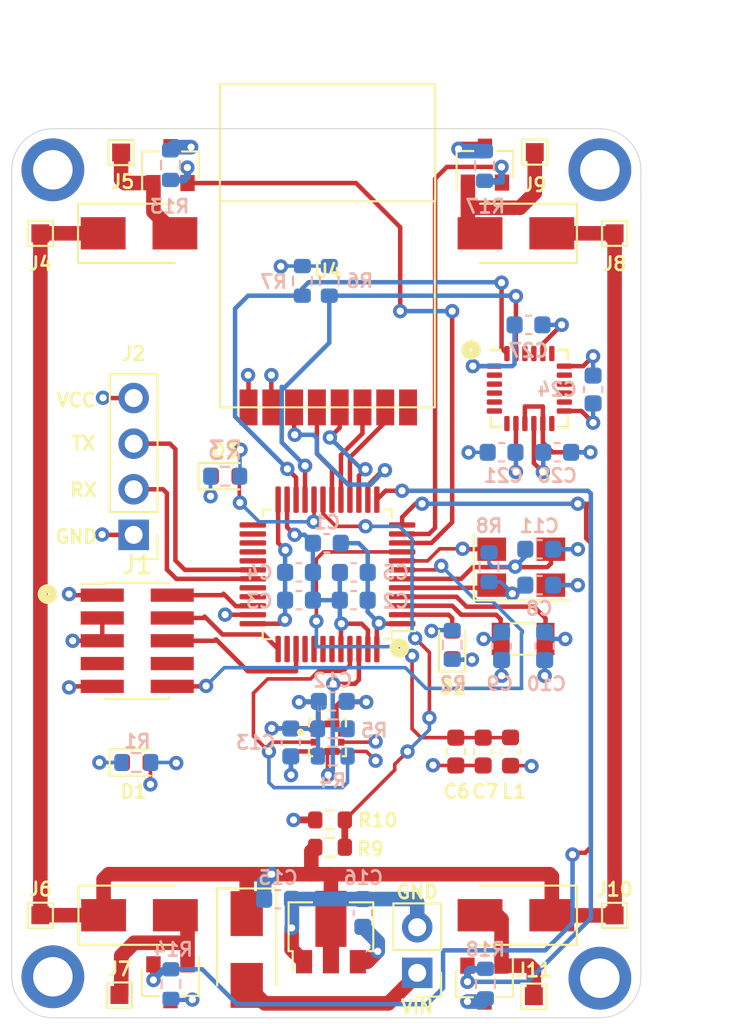
<source format=kicad_pcb>
(kicad_pcb (version 20171130) (host pcbnew "(5.1.9)-1")
  (layers (0 F.Cu signal) (1 In1.Cu power) (2 In2.Cu power) (31 B.Cu signal) (34 B.Paste user) (35 F.Paste user) (36 B.SilkS user) (37 F.SilkS user hide) (38 B.Mask user) (39 F.Mask user) (44 Edge.Cuts user))
  (net 0 "")
  (net 1 GND)
  (net 2 +3V3)
  (net 3 +3.3VA)
  (net 4 OSC8_IN)
  (net 5 OSC32_IN)
  (net 6 OSC32_OUT)
  (net 7 OSC8_OUT)
  (net 8 VCC)
  (net 9 "Net-(C27-Pad2)")
  (net 10 "Net-(C28-Pad1)")
  (net 11 "Net-(D1-Pad1)")
  (net 12 LED1)
  (net 13 "Net-(D2-Pad1)")
  (net 14 "Net-(D3-Pad1)")
  (net 15 LED2)
  (net 16 "Net-(D6-Pad2)")
  (net 17 "Net-(D7-Pad2)")
  (net 18 "Net-(D8-Pad2)")
  (net 19 "Net-(D9-Pad2)")
  (net 20 SWDIO)
  (net 21 SWCLK)
  (net 22 SWO)
  (net 23 "Net-(J1-Pad7)")
  (net 24 "Net-(J1-Pad8)")
  (net 25 NRST)
  (net 26 UART1_RX)
  (net 27 UART1_TX)
  (net 28 +BATT)
  (net 29 M1_PWM)
  (net 30 M3_PWM)
  (net 31 M2_PWM)
  (net 32 M4_PWM)
  (net 33 I2C1_SCL)
  (net 34 I2C1_SDA)
  (net 35 I2C2_SCL)
  (net 36 I2C2_SDA)
  (net 37 ADC_BATT)
  (net 38 SPI1_CE)
  (net 39 SPI1_SCK)
  (net 40 SPI1_MISO)
  (net 41 SPI1_MOSI)
  (net 42 SPI1_CSN)
  (net 43 "Net-(U1-Pad25)")
  (net 44 "Net-(U1-Pad26)")
  (net 45 "Net-(U1-Pad27)")
  (net 46 "Net-(U1-Pad28)")
  (net 47 "Net-(U1-Pad29)")
  (net 48 "Net-(U1-Pad32)")
  (net 49 SPI1_IRQ)
  (net 50 "Net-(U1-Pad38)")
  (net 51 "Net-(U1-Pad40)")
  (net 52 "Net-(U1-Pad41)")
  (net 53 "Net-(U1-Pad42)")
  (net 54 "Net-(U1-Pad43)")
  (net 55 "Net-(U2-Pad7)")
  (net 56 "Net-(U5-Pad6)")
  (net 57 "Net-(U5-Pad7)")
  (net 58 "Net-(U5-Pad12)")
  (module Connector_PinHeader_1.27mm:PinHeader_2x05_P1.27mm_Vertical_SMD (layer F.Cu) (at 128.4 103.2)
    (fp_text reference J1 (at 0 -4.235) (layer F.SilkS))
    (fp_text value "ARM SWD 10p")
    (pad 10 smd rect (at 1.95 2.54) (size 2.4 0.74) (layers F.Cu F.Paste F.Mask) (net 25 NRST))
    (pad 9 smd rect (at -1.95 2.54) (size 2.4 0.74) (layers F.Cu F.Paste F.Mask) (net 1 GND))
    (pad 8 smd rect (at 1.95 1.27) (size 2.4 0.74) (layers F.Cu F.Paste F.Mask) (net 24 "Net-(J1-Pad8)"))
    (pad 7 smd rect (at -1.95 1.27) (size 2.4 0.74) (layers F.Cu F.Paste F.Mask) (net 23 "Net-(J1-Pad7)"))
    (pad 6 smd rect (at 1.95 0) (size 2.4 0.74) (layers F.Cu F.Paste F.Mask) (net 22 SWO))
    (pad 5 smd rect (at -1.95 0) (size 2.4 0.74) (layers F.Cu F.Paste F.Mask) (net 1 GND))
    (pad 4 smd rect (at 1.95 -1.27) (size 2.4 0.74) (layers F.Cu F.Paste F.Mask) (net 21 SWCLK))
    (pad 3 smd rect (at -1.95 -1.27) (size 2.4 0.74) (layers F.Cu F.Paste F.Mask) (net 1 GND))
    (pad 2 smd rect (at 1.95 -2.54) (size 2.4 0.74) (layers F.Cu F.Paste F.Mask) (net 20 SWDIO))
    (pad 1 smd rect (at -1.95 -2.54) (size 2.4 0.74) (layers F.Cu F.Paste F.Mask) (net 2 +3V3))
  )
  (module radios:NRF24L01-SMD (layer F.Cu) (at 139 81.5)
    (fp_text reference U4 (at 0 1.1) (layer F.SilkS) (effects (font (size 0.75 0.75))))
    (fp_text value NRF24L01)
    (pad 2 smd rect (at -4.4 8.7) (size 1 2) (layers F.Cu F.Paste F.Mask) (net 2 +3V3))
    (pad 1 smd rect (at -3.13 8.7) (size 1 2) (layers F.Cu F.Paste F.Mask) (net 1 GND))
    (pad 3 smd rect (at -1.86 8.7) (size 1 2) (layers F.Cu F.Paste F.Mask) (net 38 SPI1_CE))
    (pad 4 smd rect (at -0.59 8.7) (size 1 2) (layers F.Cu F.Paste F.Mask) (net 42 SPI1_CSN))
    (pad 5 smd rect (at 0.68 8.7) (size 1 2) (layers F.Cu F.Paste F.Mask) (net 39 SPI1_SCK))
    (pad 6 smd rect (at 1.95 8.7) (size 1 2) (layers F.Cu F.Paste F.Mask) (net 41 SPI1_MOSI))
    (pad 7 smd rect (at 3.22 8.7) (size 1 2) (layers F.Cu F.Paste F.Mask) (net 40 SPI1_MISO))
    (pad 8 smd rect (at 4.49 8.7) (size 1 2) (layers F.Cu F.Paste F.Mask) (net 49 SPI1_IRQ))
  )
  (module MountingHole:MountingHole_2.2mm_M2_ISO7380_Pad (layer F.Cu) (at 123.698 76.962)
    (fp_text reference H1 hide)
    (fp_text value MntHole)
    (pad 1 thru_hole circle (at 0 0) (size 3.5 3.5) (drill 2.2) (layers *.Cu *.Mask) (net 1 GND))
  )
  (module Capacitor_SMD:C_0603_1608Metric (layer B.Cu) (at 138.9634 97.7646 180)
    (fp_text reference C1 (at 0 1.1646) (layer B.SilkS) (effects (font (size 0.75 0.75)) (justify mirror)))
    (fp_text value 4.7u)
    (pad 2 smd roundrect (at 0.775 0 180) (size 0.9 0.95) (layers B.Cu B.Paste B.Mask) (net 1 GND))
    (pad 1 smd roundrect (at -0.775 0 180) (size 0.9 0.95) (layers B.Cu B.Paste B.Mask) (net 2 +3V3))
  )
  (module Capacitor_SMD:C_0603_1608Metric (layer B.Cu) (at 140.462 100.9396 180)
    (fp_text reference C2 (at -2.338 -0.0604) (layer B.SilkS) (effects (font (size 0.75 0.75)) (justify mirror)))
    (fp_text value 100n)
    (pad 1 smd roundrect (at -0.775 0 180) (size 0.9 0.95) (layers B.Cu B.Paste B.Mask) (net 2 +3V3))
    (pad 2 smd roundrect (at 0.775 0 180) (size 0.9 0.95) (layers B.Cu B.Paste B.Mask) (net 1 GND))
  )
  (module Capacitor_SMD:C_0603_1608Metric (layer B.Cu) (at 137.414 100.9396)
    (fp_text reference C3 (at -2.214 0.0604) (layer B.SilkS) (effects (font (size 0.75 0.75)) (justify mirror)))
    (fp_text value 100n)
    (pad 2 smd roundrect (at 0.775 0) (size 0.9 0.95) (layers B.Cu B.Paste B.Mask) (net 1 GND))
    (pad 1 smd roundrect (at -0.775 0) (size 0.9 0.95) (layers B.Cu B.Paste B.Mask) (net 2 +3V3))
  )
  (module Capacitor_SMD:C_0603_1608Metric (layer B.Cu) (at 137.414 99.3902)
    (fp_text reference C4 (at -2.214 0.0098) (layer B.SilkS) (effects (font (size 0.75 0.75)) (justify mirror)))
    (fp_text value 100n)
    (pad 1 smd roundrect (at -0.775 0) (size 0.9 0.95) (layers B.Cu B.Paste B.Mask) (net 2 +3V3))
    (pad 2 smd roundrect (at 0.775 0) (size 0.9 0.95) (layers B.Cu B.Paste B.Mask) (net 1 GND))
  )
  (module Capacitor_SMD:C_0603_1608Metric (layer B.Cu) (at 140.466399 99.392601 180)
    (fp_text reference C5 (at -2.333601 -0.007399) (layer B.SilkS) (effects (font (size 0.75 0.75)) (justify mirror)))
    (fp_text value 100n)
    (pad 2 smd roundrect (at 0.775 0 180) (size 0.9 0.95) (layers B.Cu B.Paste B.Mask) (net 1 GND))
    (pad 1 smd roundrect (at -0.775 0 180) (size 0.9 0.95) (layers B.Cu B.Paste B.Mask) (net 2 +3V3))
  )
  (module Capacitor_SMD:C_0603_1608Metric (layer F.Cu) (at 146.1516 109.3724 270)
    (fp_text reference C6 (at 2.2276 -0.0484 180) (layer F.SilkS) (effects (font (size 0.75 0.75))))
    (fp_text value 1u)
    (pad 1 smd roundrect (at -0.775 0 270) (size 0.9 0.95) (layers F.Cu F.Paste F.Mask) (net 3 +3.3VA))
    (pad 2 smd roundrect (at 0.775 0 270) (size 0.9 0.95) (layers F.Cu F.Paste F.Mask) (net 1 GND))
  )
  (module Capacitor_SMD:C_0603_1608Metric (layer F.Cu) (at 147.6756 109.3724 270)
    (fp_text reference C7 (at 2.2276 -0.1244 180) (layer F.SilkS) (effects (font (size 0.75 0.75))))
    (fp_text value 10n)
    (pad 2 smd roundrect (at 0.775 0 270) (size 0.9 0.95) (layers F.Cu F.Paste F.Mask) (net 1 GND))
    (pad 1 smd roundrect (at -0.775 0 270) (size 0.9 0.95) (layers F.Cu F.Paste F.Mask) (net 3 +3.3VA))
  )
  (module Capacitor_SMD:C_0603_1608Metric (layer B.Cu) (at 150.8 100.1 180)
    (fp_text reference C8 (at 0 -1.3) (layer B.SilkS) (effects (font (size 0.75 0.75)) (justify mirror)))
    (fp_text value 15p)
    (pad 2 smd roundrect (at 0.775 0 180) (size 0.9 0.95) (layers B.Cu B.Paste B.Mask) (net 4 OSC8_IN))
    (pad 1 smd roundrect (at -0.775 0 180) (size 0.9 0.95) (layers B.Cu B.Paste B.Mask) (net 1 GND))
  )
  (module Capacitor_SMD:C_0603_1608Metric (layer B.Cu) (at 148.7 103.5 90)
    (fp_text reference C9 (at -2.1 -0.1 180) (layer B.SilkS) (effects (font (size 0.75 0.75)) (justify mirror)))
    (fp_text value 10p)
    (pad 2 smd roundrect (at 0.775 0 90) (size 0.9 0.95) (layers B.Cu B.Paste B.Mask) (net 5 OSC32_IN))
    (pad 1 smd roundrect (at -0.775 0 90) (size 0.9 0.95) (layers B.Cu B.Paste B.Mask) (net 1 GND))
  )
  (module Capacitor_SMD:C_0603_1608Metric (layer B.Cu) (at 151.1 103.5 90)
    (fp_text reference C10 (at -2.1 0.1) (layer B.SilkS) (effects (font (size 0.75 0.75)) (justify mirror)))
    (fp_text value 10p)
    (pad 1 smd roundrect (at -0.775 0 90) (size 0.9 0.95) (layers B.Cu B.Paste B.Mask) (net 1 GND))
    (pad 2 smd roundrect (at 0.775 0 90) (size 0.9 0.95) (layers B.Cu B.Paste B.Mask) (net 6 OSC32_OUT))
  )
  (module Capacitor_SMD:C_0603_1608Metric (layer B.Cu) (at 150.8 98.1 180)
    (fp_text reference C11 (at 0 1.3) (layer B.SilkS) (effects (font (size 0.75 0.75)) (justify mirror)))
    (fp_text value 15p)
    (pad 1 smd roundrect (at -0.775 0 180) (size 0.9 0.95) (layers B.Cu B.Paste B.Mask) (net 1 GND))
    (pad 2 smd roundrect (at 0.775 0 180) (size 0.9 0.95) (layers B.Cu B.Paste B.Mask) (net 7 OSC8_OUT))
  )
  (module Capacitor_SMD:C_0603_1608Metric (layer B.Cu) (at 139.2936 106.5784)
    (fp_text reference C12 (at 0 -1.1784) (layer B.SilkS) (effects (font (size 0.75 0.75)) (justify mirror)))
    (fp_text value 100n)
    (pad 2 smd roundrect (at 0.775 0) (size 0.9 0.95) (layers B.Cu B.Paste B.Mask) (net 1 GND))
    (pad 1 smd roundrect (at -0.775 0) (size 0.9 0.95) (layers B.Cu B.Paste B.Mask) (net 2 +3V3))
  )
  (module Capacitor_SMD:C_0603_1608Metric (layer B.Cu) (at 136.9568 108.8644 90)
    (fp_text reference C13 (at 0 -1.9568) (layer B.SilkS) (effects (font (size 0.75 0.75)) (justify mirror)))
    (fp_text value 100n)
    (pad 1 smd roundrect (at -0.775 0 90) (size 0.9 0.95) (layers B.Cu B.Paste B.Mask) (net 1 GND))
    (pad 2 smd roundrect (at 0.775 0 90) (size 0.9 0.95) (layers B.Cu B.Paste B.Mask) (net 2 +3V3))
  )
  (module Capacitor_SMD:C_0603_1608Metric (layer B.Cu) (at 136.2456 117.602 180)
    (fp_text reference C15 (at 0 1.202) (layer B.SilkS) (effects (font (size 0.75 0.75)) (justify mirror)))
    (fp_text value 10u)
    (pad 1 smd roundrect (at -0.775 0 180) (size 0.9 0.95) (layers B.Cu B.Paste B.Mask) (net 1 GND))
    (pad 2 smd roundrect (at 0.775 0 180) (size 0.9 0.95) (layers B.Cu B.Paste B.Mask) (net 8 VCC))
  )
  (module Capacitor_SMD:C_0603_1608Metric (layer B.Cu) (at 140.97 118.364 270)
    (fp_text reference C16 (at -1.964 -0.03 180) (layer B.SilkS) (effects (font (size 0.75 0.75)) (justify mirror)))
    (fp_text value 10u)
    (pad 2 smd roundrect (at 0.775 0 270) (size 0.9 0.95) (layers B.Cu B.Paste B.Mask) (net 2 +3V3))
    (pad 1 smd roundrect (at -0.775 0 270) (size 0.9 0.95) (layers B.Cu B.Paste B.Mask) (net 1 GND))
  )
  (module Capacitor_SMD:C_0603_1608Metric (layer B.Cu) (at 148.7 92.7 180)
    (fp_text reference C21 (at -0.1 -1.3) (layer B.SilkS) (effects (font (size 0.75 0.75)) (justify mirror)))
    (fp_text value 10n)
    (pad 1 smd roundrect (at -0.775 0 180) (size 0.9 0.95) (layers B.Cu B.Paste B.Mask) (net 2 +3V3))
    (pad 2 smd roundrect (at 0.775 0 180) (size 0.9 0.95) (layers B.Cu B.Paste B.Mask) (net 1 GND))
  )
  (module Capacitor_SMD:C_0603_1608Metric (layer B.Cu) (at 153.8 89.2 270)
    (fp_text reference C24 (at 0 2) (layer B.SilkS) (effects (font (size 0.75 0.75)) (justify mirror)))
    (fp_text value 100n)
    (pad 1 smd roundrect (at -0.775 0 270) (size 0.9 0.95) (layers B.Cu B.Paste B.Mask) (net 1 GND))
    (pad 2 smd roundrect (at 0.775 0 270) (size 0.9 0.95) (layers B.Cu B.Paste B.Mask) (net 2 +3V3))
  )
  (module Capacitor_SMD:C_0603_1608Metric (layer B.Cu) (at 150.2 85.6)
    (fp_text reference C27 (at 0 1.43) (layer B.SilkS) (effects (font (size 0.75 0.75)) (justify mirror)))
    (fp_text value 2.2n)
    (pad 2 smd roundrect (at 0.775 0) (size 0.9 0.95) (layers B.Cu B.Paste B.Mask) (net 9 "Net-(C27-Pad2)"))
    (pad 1 smd roundrect (at -0.775 0) (size 0.9 0.95) (layers B.Cu B.Paste B.Mask) (net 1 GND))
  )
  (module Capacitor_SMD:C_0603_1608Metric (layer B.Cu) (at 151.8 92.7)
    (fp_text reference C28 (at 0 1.3) (layer B.SilkS) (effects (font (size 0.75 0.75)) (justify mirror)))
    (fp_text value 100n)
    (pad 1 smd roundrect (at -0.775 0) (size 0.9 0.95) (layers B.Cu B.Paste B.Mask) (net 10 "Net-(C28-Pad1)"))
    (pad 2 smd roundrect (at 0.775 0) (size 0.9 0.95) (layers B.Cu B.Paste B.Mask) (net 1 GND))
  )
  (module LED_SMD:LED_0603_1608Metric (layer F.Cu) (at 128.3462 109.982)
    (fp_text reference D1 (at -0.1462 1.618) (layer F.SilkS) (effects (font (size 0.75 0.75))))
    (fp_text value Green)
    (pad 1 smd roundrect (at -0.7875 0) (size 0.875 0.95) (layers F.Cu F.Paste F.Mask) (net 11 "Net-(D1-Pad1)"))
    (pad 2 smd roundrect (at 0.7875 0) (size 0.875 0.95) (layers F.Cu F.Paste F.Mask) (net 2 +3V3))
  )
  (module LED_SMD:LED_0603_1608Metric (layer F.Cu) (at 145.9484 103.4288 90)
    (fp_text reference D2 (at -2.3712 0.0516 180) (layer F.SilkS) (effects (font (size 0.75 0.75))))
    (fp_text value Yellow)
    (pad 2 smd roundrect (at 0.7875 0 90) (size 0.875 0.95) (layers F.Cu F.Paste F.Mask) (net 12 LED1))
    (pad 1 smd roundrect (at -0.7875 0 90) (size 0.875 0.95) (layers F.Cu F.Paste F.Mask) (net 13 "Net-(D2-Pad1)"))
  )
  (module LED_SMD:LED_0603_1608Metric (layer F.Cu) (at 133.2992 94.0308)
    (fp_text reference D3 (at 0 -1.43) (layer F.SilkS) (effects (font (size 0.75 0.75))))
    (fp_text value Blue)
    (pad 1 smd roundrect (at -0.7875 0) (size 0.875 0.95) (layers F.Cu F.Paste F.Mask) (net 14 "Net-(D3-Pad1)"))
    (pad 2 smd roundrect (at 0.7875 0) (size 0.875 0.95) (layers F.Cu F.Paste F.Mask) (net 15 LED2))
  )
  (module Diode_SMD:D_SMA (layer F.Cu) (at 134.5 120.4 270)
    (fp_text reference D5 hide)
    (fp_text value D_Schottky)
    (pad 2 smd rect (at 2 0 270) (size 2.5 1.8) (layers F.Cu F.Paste F.Mask) (net 28 +BATT))
    (pad 1 smd rect (at -2 0 270) (size 2.5 1.8) (layers F.Cu F.Paste F.Mask) (net 8 VCC))
  )
  (module Diode_SMD:D_SMA (layer F.Cu) (at 128.5 80.5)
    (fp_text reference D6 hide)
    (fp_text value D_Schottky)
    (pad 2 smd rect (at 2 0) (size 2.5 1.8) (layers F.Cu F.Paste F.Mask) (net 16 "Net-(D6-Pad2)"))
    (pad 1 smd rect (at -2 0) (size 2.5 1.8) (layers F.Cu F.Paste F.Mask) (net 8 VCC))
  )
  (module Diode_SMD:D_SMA (layer F.Cu) (at 128.524 118.491)
    (fp_text reference D7 hide)
    (fp_text value D_Schottky)
    (pad 2 smd rect (at 2 0) (size 2.5 1.8) (layers F.Cu F.Paste F.Mask) (net 17 "Net-(D7-Pad2)"))
    (pad 1 smd rect (at -2 0) (size 2.5 1.8) (layers F.Cu F.Paste F.Mask) (net 8 VCC))
  )
  (module Diode_SMD:D_SMA (layer F.Cu) (at 149.5 80.5 180)
    (fp_text reference D8 hide)
    (fp_text value D_Schottky)
    (pad 1 smd rect (at -2 0 180) (size 2.5 1.8) (layers F.Cu F.Paste F.Mask) (net 8 VCC))
    (pad 2 smd rect (at 2 0 180) (size 2.5 1.8) (layers F.Cu F.Paste F.Mask) (net 18 "Net-(D8-Pad2)"))
  )
  (module Diode_SMD:D_SMA (layer F.Cu) (at 149.5 118.491 180)
    (fp_text reference D9 hide)
    (fp_text value D_Schottky)
    (pad 1 smd rect (at -2 0 180) (size 2.5 1.8) (layers F.Cu F.Paste F.Mask) (net 8 VCC))
    (pad 2 smd rect (at 2 0 180) (size 2.5 1.8) (layers F.Cu F.Paste F.Mask) (net 19 "Net-(D9-Pad2)"))
  )
  (module MountingHole:MountingHole_2.2mm_M2_ISO7380_Pad (layer F.Cu) (at 154.178 122)
    (fp_text reference H2 hide)
    (fp_text value MntHole)
    (pad 1 thru_hole circle (at 0 0) (size 3.5 3.5) (drill 2.2) (layers *.Cu *.Mask) (net 1 GND))
  )
  (module MountingHole:MountingHole_2.2mm_M2_ISO7380_Pad (layer F.Cu) (at 154.178 76.962)
    (fp_text reference H3 hide)
    (fp_text value MntHole)
    (pad 1 thru_hole circle (at 0 0) (size 3.5 3.5) (drill 2.2) (layers *.Cu *.Mask) (net 1 GND))
  )
  (module MountingHole:MountingHole_2.2mm_M2_ISO7380_Pad (layer F.Cu) (at 123.698 121.92)
    (fp_text reference H4 hide)
    (fp_text value MntHole)
    (pad 1 thru_hole circle (at 0 0) (size 3.5 3.5) (drill 2.2) (layers *.Cu *.Mask) (net 1 GND))
  )
  (module Connector_PinHeader_2.54mm:PinHeader_1x04_P2.54mm_Vertical (layer F.Cu) (at 128.2 97.3 180)
    (fp_text reference J2 (at 0 10.1) (layer F.SilkS) (effects (font (size 0.75 0.75))))
    (fp_text value Conn_01x04)
    (pad 1 thru_hole rect (at 0 0 180) (size 1.7 1.7) (drill 1) (layers *.Cu *.Mask) (net 1 GND))
    (pad 2 thru_hole oval (at 0 2.54 180) (size 1.7 1.7) (drill 1) (layers *.Cu *.Mask) (net 26 UART1_RX))
    (pad 3 thru_hole oval (at 0 5.08 180) (size 1.7 1.7) (drill 1) (layers *.Cu *.Mask) (net 27 UART1_TX))
    (pad 4 thru_hole oval (at 0 7.62 180) (size 1.7 1.7) (drill 1) (layers *.Cu *.Mask) (net 2 +3V3))
  )
  (module Connector_PinHeader_2.54mm:PinHeader_1x02_P2.54mm_Vertical (layer F.Cu) (at 144 121.7 180)
    (fp_text reference J3 hide)
    (fp_text value Conn_01x02)
    (pad 1 thru_hole rect (at 0 0 180) (size 1.7 1.7) (drill 1) (layers *.Cu *.Mask) (net 28 +BATT))
    (pad 2 thru_hole oval (at 0 2.54 180) (size 1.7 1.7) (drill 1) (layers *.Cu *.Mask) (net 1 GND))
  )
  (module TestPoint:TestPoint_Pad_1.0x1.0mm (layer F.Cu) (at 123 80.5)
    (fp_text reference J4 (at 0 1.7) (layer F.SilkS) (effects (font (size 0.75 0.75))))
    (fp_text value M1+)
    (pad 1 smd rect (at 0 0) (size 1 1) (layers F.Cu F.Mask) (net 8 VCC))
  )
  (module TestPoint:TestPoint_Pad_1.0x1.0mm (layer F.Cu) (at 127.5 76)
    (fp_text reference J5 (at 0.0842 1.6224) (layer F.SilkS) (effects (font (size 0.75 0.75))))
    (fp_text value M1-)
    (pad 1 smd rect (at 0 0) (size 1 1) (layers F.Cu F.Mask) (net 16 "Net-(D6-Pad2)"))
  )
  (module TestPoint:TestPoint_Pad_1.0x1.0mm (layer F.Cu) (at 122.9995 118.491)
    (fp_text reference J6 (at 0 -1.448) (layer F.SilkS) (effects (font (size 0.75 0.75))))
    (fp_text value M2+)
    (pad 1 smd rect (at 0 0) (size 1 1) (layers F.Cu F.Mask) (net 8 VCC))
  )
  (module TestPoint:TestPoint_Pad_1.0x1.0mm (layer F.Cu) (at 127.4064 122.936)
    (fp_text reference J7 (at 0 -1.448) (layer F.SilkS) (effects (font (size 0.75 0.75))))
    (fp_text value M2-)
    (pad 1 smd rect (at 0 0) (size 1 1) (layers F.Cu F.Mask) (net 17 "Net-(D7-Pad2)"))
  )
  (module TestPoint:TestPoint_Pad_1.0x1.0mm (layer F.Cu) (at 155 80.5)
    (fp_text reference J8 (at 0 1.7) (layer F.SilkS) (effects (font (size 0.75 0.75))))
    (fp_text value M3+)
    (pad 1 smd rect (at 0 0) (size 1 1) (layers F.Cu F.Mask) (net 8 VCC))
  )
  (module TestPoint:TestPoint_Pad_1.0x1.0mm (layer F.Cu) (at 150.55 75.975)
    (fp_text reference J9 (at 0 1.825) (layer F.SilkS) (effects (font (size 0.75 0.75))))
    (fp_text value M3-)
    (pad 1 smd rect (at 0 0) (size 1 1) (layers F.Cu F.Mask) (net 18 "Net-(D8-Pad2)"))
  )
  (module TestPoint:TestPoint_Pad_1.0x1.0mm (layer F.Cu) (at 155 118.5)
    (fp_text reference J10 (at 0 -1.448) (layer F.SilkS) (effects (font (size 0.75 0.75))))
    (fp_text value M4+)
    (pad 1 smd rect (at 0 0) (size 1 1) (layers F.Cu F.Mask) (net 8 VCC))
  )
  (module TestPoint:TestPoint_Pad_1.0x1.0mm (layer F.Cu) (at 150.5 123)
    (fp_text reference J11 (at 0 -1.448) (layer F.SilkS) (effects (font (size 0.75 0.75))))
    (fp_text value M4-)
    (pad 1 smd rect (at 0 0) (size 1 1) (layers F.Cu F.Mask) (net 19 "Net-(D9-Pad2)"))
  )
  (module Inductor_SMD:L_0603_1608Metric (layer F.Cu) (at 149.1996 109.3724 90)
    (fp_text reference L1 (at -2.2276 0.2004 180) (layer F.SilkS) (effects (font (size 0.75 0.75))))
    (fp_text value 33n)
    (pad 1 smd roundrect (at -0.7875 0 90) (size 0.875 0.95) (layers F.Cu F.Paste F.Mask) (net 2 +3V3))
    (pad 2 smd roundrect (at 0.7875 0 90) (size 0.875 0.95) (layers F.Cu F.Paste F.Mask) (net 3 +3.3VA))
  )
  (module Package_TO_SOT_SMD:SOT-23 (layer F.Cu) (at 130.25 76.7 90)
    (fp_text reference Q1 hide)
    (fp_text value SI2302)
    (pad 1 smd rect (at -1 -0.95 90) (size 0.9 0.8) (layers F.Cu F.Paste F.Mask) (net 16 "Net-(D6-Pad2)"))
    (pad 2 smd rect (at -1 0.95 90) (size 0.9 0.8) (layers F.Cu F.Paste F.Mask) (net 29 M1_PWM))
    (pad 3 smd rect (at 1 0 90) (size 0.9 0.8) (layers F.Cu F.Paste F.Mask) (net 1 GND))
  )
  (module Package_TO_SOT_SMD:SOT-23 (layer F.Cu) (at 130.2512 122.2248 270)
    (fp_text reference Q2 hide)
    (fp_text value SI2302)
    (pad 1 smd rect (at -1 -0.95 270) (size 0.9 0.8) (layers F.Cu F.Paste F.Mask) (net 17 "Net-(D7-Pad2)"))
    (pad 2 smd rect (at -1 0.95 270) (size 0.9 0.8) (layers F.Cu F.Paste F.Mask) (net 30 M3_PWM))
    (pad 3 smd rect (at 1 0 270) (size 0.9 0.8) (layers F.Cu F.Paste F.Mask) (net 1 GND))
  )
  (module Package_TO_SOT_SMD:SOT-23 (layer F.Cu) (at 147.775 76.675 90)
    (fp_text reference Q3 hide)
    (fp_text value SI2302)
    (pad 3 smd rect (at 1 0 90) (size 0.9 0.8) (layers F.Cu F.Paste F.Mask) (net 1 GND))
    (pad 2 smd rect (at -1 0.95 90) (size 0.9 0.8) (layers F.Cu F.Paste F.Mask) (net 31 M2_PWM))
    (pad 1 smd rect (at -1 -0.95 90) (size 0.9 0.8) (layers F.Cu F.Paste F.Mask) (net 18 "Net-(D8-Pad2)"))
  )
  (module Package_TO_SOT_SMD:SOT-23 (layer F.Cu) (at 147.75 122.3 270)
    (fp_text reference Q4 hide)
    (fp_text value SI2302)
    (pad 3 smd rect (at 1 0 270) (size 0.9 0.8) (layers F.Cu F.Paste F.Mask) (net 1 GND))
    (pad 2 smd rect (at -1 0.95 270) (size 0.9 0.8) (layers F.Cu F.Paste F.Mask) (net 32 M4_PWM))
    (pad 1 smd rect (at -1 -0.95 270) (size 0.9 0.8) (layers F.Cu F.Paste F.Mask) (net 19 "Net-(D9-Pad2)"))
  )
  (module Resistor_SMD:R_0603_1608Metric (layer B.Cu) (at 128.3462 109.982 180)
    (fp_text reference R1 (at -0.0538 1.182) (layer B.SilkS) (effects (font (size 0.75 0.75)) (justify mirror)))
    (fp_text value 1k)
    (pad 1 smd roundrect (at -0.825 0 180) (size 0.8 0.95) (layers B.Cu B.Paste B.Mask) (net 1 GND))
    (pad 2 smd roundrect (at 0.825 0 180) (size 0.8 0.95) (layers B.Cu B.Paste B.Mask) (net 11 "Net-(D1-Pad1)"))
  )
  (module Resistor_SMD:R_0603_1608Metric (layer B.Cu) (at 145.9484 103.4288 270)
    (fp_text reference R2 (at 2.1712 -0.0516 180) (layer B.SilkS) (effects (font (size 0.75 0.75)) (justify mirror)))
    (fp_text value 1k)
    (pad 2 smd roundrect (at 0.825 0 270) (size 0.8 0.95) (layers B.Cu B.Paste B.Mask) (net 13 "Net-(D2-Pad1)"))
    (pad 1 smd roundrect (at -0.825 0 270) (size 0.8 0.95) (layers B.Cu B.Paste B.Mask) (net 1 GND))
  )
  (module Resistor_SMD:R_0603_1608Metric (layer B.Cu) (at 133.2992 94.0308 180)
    (fp_text reference R3 (at 0 1.43) (layer B.SilkS) (effects (justify mirror)))
    (fp_text value 1k)
    (pad 1 smd roundrect (at -0.825 0 180) (size 0.8 0.95) (layers B.Cu B.Paste B.Mask) (net 1 GND))
    (pad 2 smd roundrect (at 0.825 0 180) (size 0.8 0.95) (layers B.Cu B.Paste B.Mask) (net 14 "Net-(D3-Pad1)"))
  )
  (module Resistor_SMD:R_0603_1608Metric (layer B.Cu) (at 139.2936 109.6264)
    (fp_text reference R4 (at 0 1.3736) (layer B.SilkS) (effects (font (size 0.75 0.75)) (justify mirror)))
    (fp_text value 4.7k)
    (pad 2 smd roundrect (at 0.825 0) (size 0.8 0.95) (layers B.Cu B.Paste B.Mask) (net 33 I2C1_SCL))
    (pad 1 smd roundrect (at -0.825 0) (size 0.8 0.95) (layers B.Cu B.Paste B.Mask) (net 2 +3V3))
  )
  (module Resistor_SMD:R_0603_1608Metric (layer B.Cu) (at 139.2936 108.1024)
    (fp_text reference R5 (at 2.3064 0.0976) (layer B.SilkS) (effects (font (size 0.75 0.75)) (justify mirror)))
    (fp_text value 4.7k)
    (pad 1 smd roundrect (at -0.825 0) (size 0.8 0.95) (layers B.Cu B.Paste B.Mask) (net 2 +3V3))
    (pad 2 smd roundrect (at 0.825 0) (size 0.8 0.95) (layers B.Cu B.Paste B.Mask) (net 34 I2C1_SDA))
  )
  (module Resistor_SMD:R_0603_1608Metric (layer B.Cu) (at 139.1 83.15 270)
    (fp_text reference R6 (at 0 -1.7) (layer B.SilkS) (effects (font (size 0.75 0.75)) (justify mirror)))
    (fp_text value 4.7k)
    (pad 2 smd roundrect (at 0.825 0 270) (size 0.8 0.95) (layers B.Cu B.Paste B.Mask) (net 35 I2C2_SCL))
    (pad 1 smd roundrect (at -0.825 0 270) (size 0.8 0.95) (layers B.Cu B.Paste B.Mask) (net 2 +3V3))
  )
  (module Resistor_SMD:R_0603_1608Metric (layer B.Cu) (at 137.6 83.15 270)
    (fp_text reference R7 (at 0.05 1.6) (layer B.SilkS) (effects (font (size 0.75 0.75)) (justify mirror)))
    (fp_text value 4.7k)
    (pad 2 smd roundrect (at 0.825 0 270) (size 0.8 0.95) (layers B.Cu B.Paste B.Mask) (net 36 I2C2_SDA))
    (pad 1 smd roundrect (at -0.825 0 270) (size 0.8 0.95) (layers B.Cu B.Paste B.Mask) (net 2 +3V3))
  )
  (module Resistor_SMD:R_0603_1608Metric (layer B.Cu) (at 148 99.1 270)
    (fp_text reference R8 (at -2.3 0) (layer B.SilkS) (effects (font (size 0.75 0.75)) (justify mirror)))
    (fp_text value 1M)
    (pad 2 smd roundrect (at 0.825 0 270) (size 0.8 0.95) (layers B.Cu B.Paste B.Mask) (net 4 OSC8_IN))
    (pad 1 smd roundrect (at -0.825 0 270) (size 0.8 0.95) (layers B.Cu B.Paste B.Mask) (net 7 OSC8_OUT))
  )
  (module Resistor_SMD:R_0603_1608Metric (layer F.Cu) (at 139.1412 114.7064 180)
    (fp_text reference R9 (at -2.2588 -0.0936 180) (layer F.SilkS) (effects (font (size 0.75 0.75))))
    (fp_text value 100k)
    (pad 2 smd roundrect (at 0.825 0 180) (size 0.8 0.95) (layers F.Cu F.Paste F.Mask) (net 8 VCC))
    (pad 1 smd roundrect (at -0.825 0 180) (size 0.8 0.95) (layers F.Cu F.Paste F.Mask) (net 37 ADC_BATT))
  )
  (module Resistor_SMD:R_0603_1608Metric (layer F.Cu) (at 139.1412 113.1824)
    (fp_text reference R10 (at 2.6588 0.0176) (layer F.SilkS) (effects (font (size 0.75 0.75))))
    (fp_text value 100k)
    (pad 1 smd roundrect (at -0.825 0) (size 0.8 0.95) (layers F.Cu F.Paste F.Mask) (net 1 GND))
    (pad 2 smd roundrect (at 0.825 0) (size 0.8 0.95) (layers F.Cu F.Paste F.Mask) (net 37 ADC_BATT))
  )
  (module Resistor_SMD:R_0603_1608Metric (layer B.Cu) (at 130.25 76.7 270)
    (fp_text reference R13 (at 2.3 0.05) (layer B.SilkS) (effects (font (size 0.75 0.75)) (justify mirror)))
    (fp_text value 10k)
    (pad 1 smd roundrect (at -0.825 0 270) (size 0.8 0.95) (layers B.Cu B.Paste B.Mask) (net 1 GND))
    (pad 2 smd roundrect (at 0.825 0 270) (size 0.8 0.95) (layers B.Cu B.Paste B.Mask) (net 29 M1_PWM))
  )
  (module Resistor_SMD:R_0603_1608Metric (layer B.Cu) (at 130.2766 122.3264 90)
    (fp_text reference R14 (at 1.9264 0.1234) (layer B.SilkS) (effects (font (size 0.75 0.75)) (justify mirror)))
    (fp_text value 10k)
    (pad 2 smd roundrect (at 0.825 0 90) (size 0.8 0.95) (layers B.Cu B.Paste B.Mask) (net 30 M3_PWM))
    (pad 1 smd roundrect (at -0.825 0 90) (size 0.8 0.95) (layers B.Cu B.Paste B.Mask) (net 1 GND))
  )
  (module Resistor_SMD:R_0603_1608Metric (layer B.Cu) (at 147.75 76.75 270)
    (fp_text reference R17 (at 2.25 -0.05) (layer B.SilkS) (effects (font (size 0.75 0.75)) (justify mirror)))
    (fp_text value 10k)
    (pad 1 smd roundrect (at -0.825 0 270) (size 0.8 0.95) (layers B.Cu B.Paste B.Mask) (net 1 GND))
    (pad 2 smd roundrect (at 0.825 0 270) (size 0.8 0.95) (layers B.Cu B.Paste B.Mask) (net 31 M2_PWM))
  )
  (module Resistor_SMD:R_0603_1608Metric (layer B.Cu) (at 147.8 122.3 90)
    (fp_text reference R18 (at 1.9 0 180) (layer B.SilkS) (effects (font (size 0.75 0.75)) (justify mirror)))
    (fp_text value 10k)
    (pad 1 smd roundrect (at -0.825 0 90) (size 0.8 0.95) (layers B.Cu B.Paste B.Mask) (net 1 GND))
    (pad 2 smd roundrect (at 0.825 0 90) (size 0.8 0.95) (layers B.Cu B.Paste B.Mask) (net 32 M4_PWM))
  )
  (module Package_QFP:LQFP-48_7x7mm_P0.5mm (layer F.Cu) (at 139 99.5 180)
    (fp_text reference U1 hide)
    (fp_text value STM32F103C8Tx)
    (pad 1 smd roundrect (at -4.1625 -2.75 180) (size 1.475 0.3) (layers F.Cu F.Paste F.Mask) (net 2 +3V3))
    (pad 2 smd roundrect (at -4.1625 -2.25 180) (size 1.475 0.3) (layers F.Cu F.Paste F.Mask) (net 12 LED1))
    (pad 3 smd roundrect (at -4.1625 -1.75 180) (size 1.475 0.3) (layers F.Cu F.Paste F.Mask) (net 5 OSC32_IN))
    (pad 4 smd roundrect (at -4.1625 -1.25 180) (size 1.475 0.3) (layers F.Cu F.Paste F.Mask) (net 6 OSC32_OUT))
    (pad 5 smd roundrect (at -4.1625 -0.75 180) (size 1.475 0.3) (layers F.Cu F.Paste F.Mask) (net 4 OSC8_IN))
    (pad 6 smd roundrect (at -4.1625 -0.25 180) (size 1.475 0.3) (layers F.Cu F.Paste F.Mask) (net 7 OSC8_OUT))
    (pad 7 smd roundrect (at -4.1625 0.25 180) (size 1.475 0.3) (layers F.Cu F.Paste F.Mask) (net 25 NRST))
    (pad 8 smd roundrect (at -4.1625 0.75 180) (size 1.475 0.3) (layers F.Cu F.Paste F.Mask) (net 1 GND))
    (pad 9 smd roundrect (at -4.1625 1.25 180) (size 1.475 0.3) (layers F.Cu F.Paste F.Mask) (net 3 +3.3VA))
    (pad 10 smd roundrect (at -4.1625 1.75 180) (size 1.475 0.3) (layers F.Cu F.Paste F.Mask) (net 29 M1_PWM))
    (pad 11 smd roundrect (at -4.1625 2.25 180) (size 1.475 0.3) (layers F.Cu F.Paste F.Mask) (net 31 M2_PWM))
    (pad 12 smd roundrect (at -4.1625 2.75 180) (size 1.475 0.3) (layers F.Cu F.Paste F.Mask) (net 30 M3_PWM))
    (pad 13 smd roundrect (at -2.75 4.1625 180) (size 0.3 1.475) (layers F.Cu F.Paste F.Mask) (net 32 M4_PWM))
    (pad 14 smd roundrect (at -2.25 4.1625 180) (size 0.3 1.475) (layers F.Cu F.Paste F.Mask) (net 38 SPI1_CE))
    (pad 15 smd roundrect (at -1.75 4.1625 180) (size 0.3 1.475) (layers F.Cu F.Paste F.Mask) (net 39 SPI1_SCK))
    (pad 16 smd roundrect (at -1.25 4.1625 180) (size 0.3 1.475) (layers F.Cu F.Paste F.Mask) (net 40 SPI1_MISO))
    (pad 17 smd roundrect (at -0.75 4.1625 180) (size 0.3 1.475) (layers F.Cu F.Paste F.Mask) (net 41 SPI1_MOSI))
    (pad 18 smd roundrect (at -0.25 4.1625 180) (size 0.3 1.475) (layers F.Cu F.Paste F.Mask) (net 42 SPI1_CSN))
    (pad 19 smd roundrect (at 0.25 4.1625 180) (size 0.3 1.475) (layers F.Cu F.Paste F.Mask) (net 37 ADC_BATT))
    (pad 20 smd roundrect (at 0.75 4.1625 180) (size 0.3 1.475) (layers F.Cu F.Paste F.Mask) (net 15 LED2))
    (pad 21 smd roundrect (at 1.25 4.1625 180) (size 0.3 1.475) (layers F.Cu F.Paste F.Mask) (net 35 I2C2_SCL))
    (pad 22 smd roundrect (at 1.75 4.1625 180) (size 0.3 1.475) (layers F.Cu F.Paste F.Mask) (net 36 I2C2_SDA))
    (pad 23 smd roundrect (at 2.25 4.1625 180) (size 0.3 1.475) (layers F.Cu F.Paste F.Mask) (net 1 GND))
    (pad 24 smd roundrect (at 2.75 4.1625 180) (size 0.3 1.475) (layers F.Cu F.Paste F.Mask) (net 2 +3V3))
    (pad 25 smd roundrect (at 4.1625 2.75 180) (size 1.475 0.3) (layers F.Cu F.Paste F.Mask) (net 43 "Net-(U1-Pad25)"))
    (pad 26 smd roundrect (at 4.1625 2.25 180) (size 1.475 0.3) (layers F.Cu F.Paste F.Mask) (net 44 "Net-(U1-Pad26)"))
    (pad 27 smd roundrect (at 4.1625 1.75 180) (size 1.475 0.3) (layers F.Cu F.Paste F.Mask) (net 45 "Net-(U1-Pad27)"))
    (pad 28 smd roundrect (at 4.1625 1.25 180) (size 1.475 0.3) (layers F.Cu F.Paste F.Mask) (net 46 "Net-(U1-Pad28)"))
    (pad 29 smd roundrect (at 4.1625 0.75 180) (size 1.475 0.3) (layers F.Cu F.Paste F.Mask) (net 47 "Net-(U1-Pad29)"))
    (pad 30 smd roundrect (at 4.1625 0.25 180) (size 1.475 0.3) (layers F.Cu F.Paste F.Mask) (net 27 UART1_TX))
    (pad 31 smd roundrect (at 4.1625 -0.25 180) (size 1.475 0.3) (layers F.Cu F.Paste F.Mask) (net 26 UART1_RX))
    (pad 32 smd roundrect (at 4.1625 -0.75 180) (size 1.475 0.3) (layers F.Cu F.Paste F.Mask) (net 48 "Net-(U1-Pad32)"))
    (pad 33 smd roundrect (at 4.1625 -1.25 180) (size 1.475 0.3) (layers F.Cu F.Paste F.Mask) (net 49 SPI1_IRQ))
    (pad 34 smd roundrect (at 4.1625 -1.75 180) (size 1.475 0.3) (layers F.Cu F.Paste F.Mask) (net 20 SWDIO))
    (pad 35 smd roundrect (at 4.1625 -2.25 180) (size 1.475 0.3) (layers F.Cu F.Paste F.Mask) (net 1 GND))
    (pad 36 smd roundrect (at 4.1625 -2.75 180) (size 1.475 0.3) (layers F.Cu F.Paste F.Mask) (net 2 +3V3))
    (pad 37 smd roundrect (at 2.75 -4.1625 180) (size 0.3 1.475) (layers F.Cu F.Paste F.Mask) (net 21 SWCLK))
    (pad 38 smd roundrect (at 2.25 -4.1625 180) (size 0.3 1.475) (layers F.Cu F.Paste F.Mask) (net 50 "Net-(U1-Pad38)"))
    (pad 39 smd roundrect (at 1.75 -4.1625 180) (size 0.3 1.475) (layers F.Cu F.Paste F.Mask) (net 22 SWO))
    (pad 40 smd roundrect (at 1.25 -4.1625 180) (size 0.3 1.475) (layers F.Cu F.Paste F.Mask) (net 51 "Net-(U1-Pad40)"))
    (pad 41 smd roundrect (at 0.75 -4.1625 180) (size 0.3 1.475) (layers F.Cu F.Paste F.Mask) (net 52 "Net-(U1-Pad41)"))
    (pad 42 smd roundrect (at 0.25 -4.1625 180) (size 0.3 1.475) (layers F.Cu F.Paste F.Mask) (net 53 "Net-(U1-Pad42)"))
    (pad 43 smd roundrect (at -0.25 -4.1625 180) (size 0.3 1.475) (layers F.Cu F.Paste F.Mask) (net 54 "Net-(U1-Pad43)"))
    (pad 44 smd roundrect (at -0.75 -4.1625 180) (size 0.3 1.475) (layers F.Cu F.Paste F.Mask) (net 1 GND))
    (pad 45 smd roundrect (at -1.25 -4.1625 180) (size 0.3 1.475) (layers F.Cu F.Paste F.Mask) (net 33 I2C1_SCL))
    (pad 46 smd roundrect (at -1.75 -4.1625 180) (size 0.3 1.475) (layers F.Cu F.Paste F.Mask) (net 34 I2C1_SDA))
    (pad 47 smd roundrect (at -2.25 -4.1625 180) (size 0.3 1.475) (layers F.Cu F.Paste F.Mask) (net 1 GND))
    (pad 48 smd roundrect (at -2.75 -4.1625 180) (size 0.3 1.475) (layers F.Cu F.Paste F.Mask) (net 2 +3V3))
  )
  (module BMP388:PQFN50P200X200X80-10N (layer F.Cu) (at 139 108.6)
    (fp_text reference U2 (at -0.284383 -1.605376) (layer F.SilkS) (effects (font (size 0.320434 0.320434) (thickness 0.015))))
    (fp_text value BMP388)
    (pad 1 smd rect (at -0.765 -0.25) (size 0.35 0.38) (layers F.Cu F.Paste F.Mask) (net 2 +3V3))
    (pad 2 smd rect (at -0.765 0.25) (size 0.35 0.38) (layers F.Cu F.Paste F.Mask) (net 33 I2C1_SCL))
    (pad 3 smd rect (at -0.5 0.765) (size 0.35 0.38) (layers F.Cu F.Paste F.Mask) (net 1 GND))
    (pad 4 smd rect (at 0 0.765) (size 0.35 0.38) (layers F.Cu F.Paste F.Mask) (net 34 I2C1_SDA))
    (pad 5 smd rect (at 0.5 0.765) (size 0.35 0.38) (layers F.Cu F.Paste F.Mask) (net 1 GND))
    (pad 6 smd rect (at 0.765 0.25) (size 0.35 0.38) (layers F.Cu F.Paste F.Mask) (net 2 +3V3))
    (pad 7 smd rect (at 0.765 -0.25) (size 0.35 0.38) (layers F.Cu F.Paste F.Mask) (net 55 "Net-(U2-Pad7)"))
    (pad 8 smd rect (at 0.5 -0.765) (size 0.35 0.38) (layers F.Cu F.Paste F.Mask) (net 1 GND))
    (pad 9 smd rect (at 0 -0.765) (size 0.35 0.38) (layers F.Cu F.Paste F.Mask) (net 1 GND))
    (pad 10 smd rect (at -0.5 -0.765) (size 0.35 0.38) (layers F.Cu F.Paste F.Mask) (net 2 +3V3))
  )
  (module Package_TO_SOT_SMD:SOT-89-3 (layer F.Cu) (at 139.192 119.4308 90)
    (fp_text reference U3 hide)
    (fp_text value HT7333)
    (pad 1 smd rect (at -1.65 -1.5 90) (size 1.3 0.9) (layers F.Cu F.Paste F.Mask) (net 1 GND))
    (pad 3 smd rect (at -1.65 1.5 90) (size 1.3 0.9) (layers F.Cu F.Paste F.Mask) (net 2 +3V3))
    (pad 2 smd custom (at -1.5625 0 90) (size 1.475 0.9) (layers F.Cu F.Paste F.Mask) (net 8 VCC) (options (clearance outline) (anchor rect)) (primitives (gr_poly (pts (xy 0.7375 -0.8665) (xy 3.8625 -0.8665) (xy 3.8625 0.8665) (xy 0.7375 0.8665)) (width 0))))
  )
  (module Sensor_Motion:InvenSense_QFN-24_4x4mm_P0.5mm (layer F.Cu) (at 150.25 89.15)
    (fp_text reference U5 hide)
    (fp_text value MPU-6050)
    (pad 1 smd roundrect (at -1.95 -1.25) (size 0.85 0.3) (layers F.Cu F.Paste F.Mask) (net 1 GND))
    (pad 2 smd roundrect (at -1.95 -0.75) (size 0.85 0.3) (layers F.Cu F.Paste F.Mask))
    (pad 3 smd roundrect (at -1.95 -0.25) (size 0.85 0.3) (layers F.Cu F.Paste F.Mask))
    (pad 4 smd roundrect (at -1.95 0.25) (size 0.85 0.3) (layers F.Cu F.Paste F.Mask))
    (pad 5 smd roundrect (at -1.95 0.75) (size 0.85 0.3) (layers F.Cu F.Paste F.Mask))
    (pad 6 smd roundrect (at -1.95 1.25) (size 0.85 0.3) (layers F.Cu F.Paste F.Mask) (net 56 "Net-(U5-Pad6)"))
    (pad 7 smd roundrect (at -1.25 1.95 90) (size 0.85 0.3) (layers F.Cu F.Paste F.Mask) (net 57 "Net-(U5-Pad7)"))
    (pad 8 smd roundrect (at -0.75 1.95 90) (size 0.85 0.3) (layers F.Cu F.Paste F.Mask) (net 2 +3V3))
    (pad 9 smd roundrect (at -0.25 1.95 90) (size 0.85 0.3) (layers F.Cu F.Paste F.Mask) (net 1 GND))
    (pad 10 smd roundrect (at 0.25 1.95 90) (size 0.85 0.3) (layers F.Cu F.Paste F.Mask) (net 10 "Net-(C28-Pad1)"))
    (pad 11 smd roundrect (at 0.75 1.95 90) (size 0.85 0.3) (layers F.Cu F.Paste F.Mask) (net 1 GND))
    (pad 12 smd roundrect (at 1.25 1.95 90) (size 0.85 0.3) (layers F.Cu F.Paste F.Mask) (net 58 "Net-(U5-Pad12)"))
    (pad 13 smd roundrect (at 1.95 1.25) (size 0.85 0.3) (layers F.Cu F.Paste F.Mask) (net 2 +3V3))
    (pad 14 smd roundrect (at 1.95 0.75) (size 0.85 0.3) (layers F.Cu F.Paste F.Mask))
    (pad 15 smd roundrect (at 1.95 0.25) (size 0.85 0.3) (layers F.Cu F.Paste F.Mask))
    (pad 16 smd roundrect (at 1.95 -0.25) (size 0.85 0.3) (layers F.Cu F.Paste F.Mask))
    (pad 17 smd roundrect (at 1.95 -0.75) (size 0.85 0.3) (layers F.Cu F.Paste F.Mask))
    (pad 18 smd roundrect (at 1.95 -1.25) (size 0.85 0.3) (layers F.Cu F.Paste F.Mask) (net 1 GND))
    (pad 19 smd roundrect (at 1.25 -1.95 90) (size 0.85 0.3) (layers F.Cu F.Paste F.Mask))
    (pad 20 smd roundrect (at 0.75 -1.95 90) (size 0.85 0.3) (layers F.Cu F.Paste F.Mask) (net 9 "Net-(C27-Pad2)"))
    (pad 21 smd roundrect (at 0.25 -1.95 90) (size 0.85 0.3) (layers F.Cu F.Paste F.Mask))
    (pad 22 smd roundrect (at -0.25 -1.95 90) (size 0.85 0.3) (layers F.Cu F.Paste F.Mask))
    (pad 23 smd roundrect (at -0.75 -1.95 90) (size 0.85 0.3) (layers F.Cu F.Paste F.Mask) (net 35 I2C2_SCL))
    (pad 24 smd roundrect (at -1.25 -1.95 90) (size 0.85 0.3) (layers F.Cu F.Paste F.Mask) (net 36 I2C2_SDA))
  )
  (module Crystal:Crystal_SMD_3215-2Pin_3.2x1.5mm (layer F.Cu) (at 149.9 103.1 180)
    (fp_text reference Y1 hide)
    (fp_text value "32.768 kHz")
    (pad 1 smd rect (at 1.25 0 180) (size 1 1.8) (layers F.Cu F.Paste F.Mask) (net 5 OSC32_IN))
    (pad 2 smd rect (at -1.25 0 180) (size 1 1.8) (layers F.Cu F.Paste F.Mask) (net 6 OSC32_OUT))
  )
  (module Crystal:Crystal_SMD_5032-4Pin_5.0x3.2mm (layer F.Cu) (at 149.8 99.1)
    (fp_text reference Y2 hide)
    (fp_text value "8 MHz")
    (pad 1 smd rect (at -1.65 1) (size 1.6 1.3) (layers F.Cu F.Paste F.Mask) (net 4 OSC8_IN))
    (pad 2 smd rect (at 1.65 1) (size 1.6 1.3) (layers F.Cu F.Paste F.Mask) (net 1 GND))
    (pad 3 smd rect (at 1.65 -1) (size 1.6 1.3) (layers F.Cu F.Paste F.Mask) (net 7 OSC8_OUT))
    (pad 4 smd rect (at -1.65 -1) (size 1.6 1.3) (layers F.Cu F.Paste F.Mask) (net 1 GND))
  )
  (gr_text VIN (at 144 123.6) (layer F.SilkS) (effects (font (size 0.75 0.75))))
  (gr_text GND (at 144 117.2) (layer F.SilkS) (effects (font (size 0.75 0.75))))
  (gr_text GND (at 125 97.4) (layer F.SilkS) (effects (font (size 0.75 0.75))))
  (gr_text VCC (at 125 89.8) (layer F.SilkS) (effects (font (size 0.75 0.75))))
  (gr_text RX (at 125.4 94.8) (layer F.SilkS) (effects (font (size 0.75 0.75))))
  (gr_text TX (at 125.4 92.2) (layer F.SilkS) (effects (font (size 0.75 0.75))))
  (gr_circle (center 123.4 100.6) (end 123.45 100.6) (layer F.SilkS) (width 0.5))
  (gr_circle (center 143 103.6) (end 143.05 103.6) (layer F.SilkS) (width 0.5))
  (gr_circle (center 147 87) (end 147.05 87) (layer F.SilkS) (width 0.5))
  (gr_line (start 145 78.4) (end 145 78.7146) (layer F.SilkS) (width 0.12))
  (gr_line (start 145 72.2) (end 145 78.6) (layer F.SilkS) (width 0.12))
  (gr_line (start 133.0071 72.2) (end 145 72.2) (layer F.SilkS) (width 0.12))
  (gr_line (start 133.0071 78.7146) (end 133.0071 72.2) (layer F.SilkS) (width 0.12))
  (gr_line (start 133.0071 78.7146) (end 133.0071 90.1954) (layer F.SilkS) (width 0.12))
  (gr_line (start 144.9832 78.7146) (end 133.0071 78.7146) (layer F.SilkS) (width 0.12))
  (gr_line (start 144.9832 90.1954) (end 144.9832 78.7146) (layer F.SilkS) (width 0.12))
  (gr_line (start 133.0071 90.1954) (end 144.9832 90.1954) (layer F.SilkS) (width 0.12))
  (gr_line (start 156.464 121.666) (end 156.464 78.232) (layer Edge.Cuts) (width 0.05))
  (gr_line (start 123.698 124.206) (end 123.952 124.206) (layer Edge.Cuts) (width 0.05))
  (gr_line (start 121.412 76.962) (end 121.412 121.92) (layer Edge.Cuts) (width 0.05))
  (gr_line (start 156.464 121.92) (end 156.464 121.666) (layer Edge.Cuts) (width 0.05))
  (gr_line (start 123.952 124.206) (end 154.178 124.206) (layer Edge.Cuts) (width 0.05))
  (gr_arc (start 154.178 121.92) (end 154.178 124.206) (angle -90) (layer Edge.Cuts) (width 0.05))
  (gr_arc (start 123.698 121.92) (end 121.412 121.92) (angle -90) (layer Edge.Cuts) (width 0.05))
  (gr_line (start 156.464 76.962) (end 156.464 78.232) (layer Edge.Cuts) (width 0.05))
  (gr_line (start 153.162 74.676) (end 154.178 74.676) (layer Edge.Cuts) (width 0.05))
  (gr_arc (start 154.178 76.962) (end 156.464 76.962) (angle -90) (layer Edge.Cuts) (width 0.05))
  (gr_line (start 123.698 74.676) (end 153.162 74.676) (layer Edge.Cuts) (width 0.05))
  (gr_arc (start 123.698 76.962) (end 123.698 74.676) (angle -90) (layer Edge.Cuts) (width 0.05))
  (via (at 131.4 75.7) (size 0.8) (drill 0.4) (layers F.Cu B.Cu) (net 1))
  (segment (start 130.25 75.7) (end 131.4 75.7) (width 0.8128) (layer F.Cu) (net 1))
  (segment (start 130.425 75.7) (end 130.25 75.875) (width 0.8128) (layer B.Cu) (net 1))
  (segment (start 131.4 75.7) (end 130.425 75.7) (width 0.8128) (layer B.Cu) (net 1))
  (via (at 146.3 75.8) (size 0.8) (drill 0.4) (layers F.Cu B.Cu) (net 1))
  (segment (start 146.425 75.925) (end 146.3 75.8) (width 0.8128) (layer B.Cu) (net 1))
  (segment (start 147.75 75.925) (end 146.425 75.925) (width 0.8128) (layer B.Cu) (net 1))
  (segment (start 147.65 75.8) (end 147.775 75.675) (width 0.8128) (layer F.Cu) (net 1))
  (segment (start 146.3 75.8) (end 147.65 75.8) (width 0.8128) (layer F.Cu) (net 1))
  (via (at 146.8 123.3) (size 0.8) (drill 0.4) (layers F.Cu B.Cu) (net 1))
  (segment (start 147.625 123.3) (end 146.8 123.3) (width 0.8128) (layer B.Cu) (net 1))
  (segment (start 147.8 123.125) (end 147.625 123.3) (width 0.8128) (layer B.Cu) (net 1))
  (segment (start 146.8 123.3) (end 147.75 123.3) (width 0.8128) (layer F.Cu) (net 1))
  (segment (start 140.97 117.589) (end 143.789 117.589) (width 0.8128) (layer B.Cu) (net 1))
  (segment (start 144 117.8) (end 144 119.16) (width 0.8128) (layer B.Cu) (net 1))
  (segment (start 143.789 117.589) (end 144 117.8) (width 0.8128) (layer B.Cu) (net 1))
  (segment (start 137.0336 117.589) (end 137.0206 117.602) (width 0.8128) (layer B.Cu) (net 1))
  (segment (start 140.97 117.589) (end 137.0336 117.589) (width 0.8128) (layer B.Cu) (net 1))
  (via (at 137 119.2) (size 0.8) (drill 0.4) (layers F.Cu B.Cu) (net 1))
  (segment (start 137.0206 119.1794) (end 137 119.2) (width 0.8128) (layer B.Cu) (net 1))
  (segment (start 137.0206 117.602) (end 137.0206 119.1794) (width 0.8128) (layer B.Cu) (net 1))
  (segment (start 137 120.3888) (end 137.692 121.0808) (width 0.8128) (layer F.Cu) (net 1))
  (segment (start 137 119.2) (end 137 120.3888) (width 0.8128) (layer F.Cu) (net 1))
  (via (at 146.528356 98.076503) (size 0.8) (drill 0.4) (layers F.Cu B.Cu) (net 1))
  (segment (start 146.551853 98.1) (end 146.528356 98.076503) (width 0.25) (layer F.Cu) (net 1))
  (segment (start 148.15 98.1) (end 146.551853 98.1) (width 0.25) (layer F.Cu) (net 1))
  (via (at 152.95 98.1) (size 0.8) (drill 0.4) (layers F.Cu B.Cu) (net 1))
  (segment (start 151.575 98.1) (end 152.95 98.1) (width 0.25) (layer B.Cu) (net 1))
  (via (at 152.95 100.1) (size 0.8) (drill 0.4) (layers F.Cu B.Cu) (net 1))
  (segment (start 151.45 100.1) (end 152.95 100.1) (width 0.25) (layer F.Cu) (net 1))
  (segment (start 152.95 100.1) (end 151.575 100.1) (width 0.25) (layer B.Cu) (net 1))
  (via (at 148.7 105.15) (size 0.8) (drill 0.4) (layers F.Cu B.Cu) (net 1))
  (segment (start 148.7 104.275) (end 148.7 105.15) (width 0.25) (layer B.Cu) (net 1))
  (via (at 151.1 105.15) (size 0.8) (drill 0.4) (layers F.Cu B.Cu) (net 1))
  (segment (start 151.1 104.275) (end 151.1 105.15) (width 0.25) (layer B.Cu) (net 1))
  (via (at 144.8 102.65) (size 0.8) (drill 0.4) (layers F.Cu B.Cu) (net 1))
  (segment (start 144.8462 102.6038) (end 144.8 102.65) (width 0.25) (layer B.Cu) (net 1))
  (segment (start 145.9484 102.6038) (end 144.8462 102.6038) (width 0.25) (layer B.Cu) (net 1))
  (segment (start 150 91.1) (end 150 90.15) (width 0.25) (layer F.Cu) (net 1))
  (segment (start 150 90.15) (end 151 90.15) (width 0.25) (layer F.Cu) (net 1))
  (segment (start 151 90.7) (end 151 91.1) (width 0.25) (layer F.Cu) (net 1))
  (segment (start 151 90.15) (end 151 90.7) (width 0.25) (layer F.Cu) (net 1))
  (segment (start 151 91.1) (end 151 92.15) (width 0.25) (layer F.Cu) (net 1))
  (via (at 153.65 92.7) (size 0.8) (drill 0.4) (layers F.Cu B.Cu) (net 1))
  (segment (start 151.55 92.7) (end 153.65 92.7) (width 0.25) (layer F.Cu) (net 1))
  (segment (start 151 92.15) (end 151.55 92.7) (width 0.25) (layer F.Cu) (net 1))
  (segment (start 153.65 92.7) (end 152.575 92.7) (width 0.25) (layer B.Cu) (net 1))
  (via (at 153.8 87.35) (size 0.8) (drill 0.4) (layers F.Cu B.Cu) (net 1))
  (segment (start 153.25 87.9) (end 153.8 87.35) (width 0.25) (layer F.Cu) (net 1))
  (segment (start 152.2 87.9) (end 153.25 87.9) (width 0.25) (layer F.Cu) (net 1))
  (segment (start 153.8 87.35) (end 153.8 88.425) (width 0.25) (layer B.Cu) (net 1))
  (via (at 147.1 87.9) (size 0.8) (drill 0.4) (layers F.Cu B.Cu) (net 1))
  (segment (start 148.3 87.9) (end 147.1 87.9) (width 0.25) (layer F.Cu) (net 1))
  (segment (start 147.1 87.9) (end 149.3 87.9) (width 0.25) (layer B.Cu) (net 1))
  (segment (start 149.425 87.775) (end 149.425 85.6) (width 0.25) (layer B.Cu) (net 1))
  (segment (start 149.3 87.9) (end 149.425 87.775) (width 0.25) (layer B.Cu) (net 1))
  (via (at 135.875 88.4) (size 0.8) (drill 0.4) (layers F.Cu B.Cu) (net 1))
  (segment (start 135.87 88.405) (end 135.875 88.4) (width 0.25) (layer F.Cu) (net 1))
  (segment (start 135.87 90.2) (end 135.87 88.405) (width 0.25) (layer F.Cu) (net 1))
  (segment (start 138.1884 99.3896) (end 138.189 99.3902) (width 0.25) (layer B.Cu) (net 1))
  (segment (start 138.1884 97.7646) (end 138.1884 99.3896) (width 0.25) (layer B.Cu) (net 1))
  (segment (start 138.189 99.3902) (end 138.189 100.9396) (width 0.25) (layer B.Cu) (net 1))
  (segment (start 138.189 100.9396) (end 139.687 100.9396) (width 0.25) (layer B.Cu) (net 1))
  (segment (start 139.687 99.397) (end 139.691399 99.392601) (width 0.25) (layer B.Cu) (net 1))
  (segment (start 139.687 100.9396) (end 139.687 99.397) (width 0.25) (layer B.Cu) (net 1))
  (via (at 139.775 102.25) (size 0.8) (drill 0.4) (layers F.Cu B.Cu) (net 1))
  (segment (start 139.75 102.275) (end 139.775 102.25) (width 0.25) (layer F.Cu) (net 1))
  (segment (start 139.75 103.6625) (end 139.75 102.275) (width 0.25) (layer F.Cu) (net 1))
  (segment (start 141.25 103.6625) (end 141.25 103.2) (width 0.25) (layer F.Cu) (net 1))
  (segment (start 141.25 103.6625) (end 141.25 102.6) (width 0.25) (layer F.Cu) (net 1))
  (segment (start 140.9 102.25) (end 139.775 102.25) (width 0.25) (layer F.Cu) (net 1))
  (segment (start 141.25 102.6) (end 140.9 102.25) (width 0.25) (layer F.Cu) (net 1))
  (segment (start 139.687 102.162) (end 139.775 102.25) (width 0.25) (layer B.Cu) (net 1))
  (segment (start 139.687 100.9396) (end 139.687 102.162) (width 0.25) (layer B.Cu) (net 1))
  (via (at 137.168302 97.294801) (size 0.8) (drill 0.4) (layers F.Cu B.Cu) (net 1))
  (segment (start 136.75 96.876499) (end 137.168302 97.294801) (width 0.25) (layer F.Cu) (net 1))
  (segment (start 136.75 95.3375) (end 136.75 96.876499) (width 0.25) (layer F.Cu) (net 1))
  (segment (start 137.718601 97.294801) (end 138.1884 97.7646) (width 0.25) (layer B.Cu) (net 1))
  (segment (start 137.168302 97.294801) (end 137.718601 97.294801) (width 0.25) (layer B.Cu) (net 1))
  (via (at 133.295343 101.743481) (size 0.8) (drill 0.4) (layers F.Cu B.Cu) (net 1))
  (segment (start 133.301862 101.75) (end 133.295343 101.743481) (width 0.25) (layer F.Cu) (net 1))
  (segment (start 134.8375 101.75) (end 133.301862 101.75) (width 0.25) (layer F.Cu) (net 1))
  (segment (start 139 107.835) (end 139.5 107.835) (width 0.25) (layer F.Cu) (net 1))
  (via (at 141.1605 106.6165) (size 0.8) (drill 0.4) (layers F.Cu B.Cu) (net 1))
  (segment (start 141.1224 106.5784) (end 141.1605 106.6165) (width 0.25) (layer B.Cu) (net 1))
  (segment (start 140.0686 106.5784) (end 141.1224 106.5784) (width 0.25) (layer B.Cu) (net 1))
  (segment (start 141.1605 106.6165) (end 139.7 106.6165) (width 0.25) (layer F.Cu) (net 1))
  (segment (start 139.5 106.8165) (end 139.7 106.6165) (width 0.25) (layer F.Cu) (net 1))
  (segment (start 139.5 107.835) (end 139.5 106.8165) (width 0.25) (layer F.Cu) (net 1))
  (via (at 136.9695 110.6805) (size 0.8) (drill 0.4) (layers F.Cu B.Cu) (net 1))
  (segment (start 136.9568 110.6678) (end 136.9695 110.6805) (width 0.25) (layer B.Cu) (net 1))
  (segment (start 136.9568 109.6394) (end 136.9568 110.6678) (width 0.25) (layer B.Cu) (net 1))
  (segment (start 136.9695 110.6805) (end 136.9695 109.601) (width 0.25) (layer F.Cu) (net 1))
  (segment (start 137.2055 109.365) (end 138.5 109.365) (width 0.25) (layer F.Cu) (net 1))
  (segment (start 136.9695 109.601) (end 137.2055 109.365) (width 0.25) (layer F.Cu) (net 1))
  (segment (start 141.1658 109.365) (end 141.6812 109.8804) (width 0.2) (layer F.Cu) (net 1))
  (via (at 141.6812 109.8804) (size 0.8) (drill 0.4) (layers F.Cu B.Cu) (net 1))
  (segment (start 139.5 109.365) (end 141.1658 109.365) (width 0.2) (layer F.Cu) (net 1))
  (via (at 134.152783 92.55612) (size 0.8) (drill 0.4) (layers F.Cu B.Cu) (net 1))
  (segment (start 134.1242 92.584703) (end 134.152783 92.55612) (width 0.2) (layer B.Cu) (net 1))
  (segment (start 134.1242 94.0308) (end 134.1242 92.584703) (width 0.2) (layer B.Cu) (net 1))
  (via (at 126.4412 97.282) (size 0.8) (drill 0.4) (layers F.Cu B.Cu) (net 1))
  (segment (start 126.4592 97.3) (end 126.4412 97.282) (width 0.25) (layer F.Cu) (net 1))
  (segment (start 128.2 97.3) (end 126.4592 97.3) (width 0.25) (layer F.Cu) (net 1))
  (via (at 137.1092 113.1824) (size 0.8) (drill 0.4) (layers F.Cu B.Cu) (net 1))
  (segment (start 138.3162 113.1824) (end 137.1092 113.1824) (width 0.381) (layer F.Cu) (net 1))
  (via (at 130.5712 110.012569) (size 0.8) (drill 0.4) (layers F.Cu B.Cu) (net 1))
  (segment (start 130.540631 109.982) (end 130.5712 110.012569) (width 0.2) (layer B.Cu) (net 1))
  (segment (start 129.1712 109.982) (end 130.540631 109.982) (width 0.2) (layer B.Cu) (net 1))
  (segment (start 146.1516 110.1474) (end 147.6756 110.1474) (width 0.2) (layer F.Cu) (net 1))
  (via (at 144.8816 110.1344) (size 0.8) (drill 0.4) (layers F.Cu B.Cu) (net 1))
  (segment (start 144.8946 110.1474) (end 144.8816 110.1344) (width 0.2) (layer F.Cu) (net 1))
  (segment (start 146.1516 110.1474) (end 144.8946 110.1474) (width 0.2) (layer F.Cu) (net 1))
  (via (at 131.4704 123.19) (size 0.8) (drill 0.4) (layers F.Cu B.Cu) (net 1))
  (segment (start 131.4356 123.2248) (end 131.4704 123.19) (width 0.2) (layer F.Cu) (net 1))
  (segment (start 130.2512 123.2248) (end 131.4356 123.2248) (width 0.2) (layer F.Cu) (net 1))
  (segment (start 130.3152 123.19) (end 130.2766 123.1514) (width 0.2) (layer B.Cu) (net 1))
  (segment (start 131.4704 123.19) (end 130.3152 123.19) (width 0.2) (layer B.Cu) (net 1))
  (segment (start 145.251295 98.076503) (end 146.528356 98.076503) (width 0.2) (layer F.Cu) (net 1))
  (segment (start 144.577798 98.75) (end 145.251295 98.076503) (width 0.2) (layer F.Cu) (net 1))
  (segment (start 143.1625 98.75) (end 144.577798 98.75) (width 0.2) (layer F.Cu) (net 1))
  (via (at 146.8628 92.71) (size 0.8) (drill 0.4) (layers F.Cu B.Cu) (net 1))
  (segment (start 146.8728 92.7) (end 146.8628 92.71) (width 0.2) (layer B.Cu) (net 1))
  (segment (start 147.925 92.7) (end 146.8728 92.7) (width 0.2) (layer B.Cu) (net 1))
  (segment (start 126.45 101.93) (end 126.45 103.2) (width 0.25) (layer F.Cu) (net 1))
  (via (at 124.8 103.2) (size 0.8) (drill 0.4) (layers F.Cu B.Cu) (net 1))
  (segment (start 126.45 103.2) (end 124.8 103.2) (width 0.25) (layer F.Cu) (net 1))
  (via (at 124.6 105.8) (size 0.8) (drill 0.4) (layers F.Cu B.Cu) (net 1))
  (segment (start 124.66 105.74) (end 124.6 105.8) (width 0.25) (layer F.Cu) (net 1))
  (segment (start 126.45 105.74) (end 124.66 105.74) (width 0.25) (layer F.Cu) (net 1))
  (via (at 141.8 120.5) (size 0.8) (drill 0.4) (layers F.Cu B.Cu) (net 2))
  (segment (start 141.2192 121.0808) (end 141.8 120.5) (width 0.8128) (layer F.Cu) (net 2))
  (segment (start 140.692 121.0808) (end 141.2192 121.0808) (width 0.8128) (layer F.Cu) (net 2))
  (segment (start 141.8 119.969) (end 140.97 119.139) (width 0.8128) (layer B.Cu) (net 2))
  (segment (start 141.8 120.5) (end 141.8 119.969) (width 0.8128) (layer B.Cu) (net 2))
  (via (at 149.5 93.8) (size 0.8) (drill 0.4) (layers F.Cu B.Cu) (net 2))
  (segment (start 149.5 91.1) (end 149.5 93.8) (width 0.25) (layer F.Cu) (net 2))
  (segment (start 149.5 92.725) (end 149.475 92.7) (width 0.25) (layer B.Cu) (net 2))
  (segment (start 149.5 93.8) (end 149.5 92.725) (width 0.25) (layer B.Cu) (net 2))
  (via (at 153.8 91.05) (size 0.8) (drill 0.4) (layers F.Cu B.Cu) (net 2))
  (segment (start 153.15 90.4) (end 153.8 91.05) (width 0.25) (layer F.Cu) (net 2))
  (segment (start 152.2 90.4) (end 153.15 90.4) (width 0.25) (layer F.Cu) (net 2))
  (segment (start 153.8 91.05) (end 153.8 89.975) (width 0.25) (layer B.Cu) (net 2))
  (via (at 134.575 88.4) (size 0.8) (drill 0.4) (layers F.Cu B.Cu) (net 2))
  (segment (start 134.6 88.425) (end 134.575 88.4) (width 0.25) (layer F.Cu) (net 2))
  (segment (start 134.6 90.2) (end 134.6 88.425) (width 0.25) (layer F.Cu) (net 2))
  (segment (start 139.7384 97.7646) (end 140.7396 97.7646) (width 0.25) (layer B.Cu) (net 2))
  (segment (start 141.241399 98.266399) (end 141.241399 99.392601) (width 0.25) (layer B.Cu) (net 2))
  (segment (start 140.7396 97.7646) (end 141.241399 98.266399) (width 0.25) (layer B.Cu) (net 2))
  (segment (start 141.241399 100.935201) (end 141.237 100.9396) (width 0.25) (layer B.Cu) (net 2))
  (segment (start 141.241399 99.392601) (end 141.241399 100.935201) (width 0.25) (layer B.Cu) (net 2))
  (segment (start 136.639 99.3902) (end 136.639 100.9396) (width 0.25) (layer B.Cu) (net 2))
  (via (at 136.625 102.025) (size 0.8) (drill 0.4) (layers F.Cu B.Cu) (net 2))
  (segment (start 136.639 102.011) (end 136.625 102.025) (width 0.25) (layer B.Cu) (net 2))
  (segment (start 136.639 100.9396) (end 136.639 102.011) (width 0.25) (layer B.Cu) (net 2))
  (segment (start 136.4 102.25) (end 134.8375 102.25) (width 0.25) (layer F.Cu) (net 2))
  (segment (start 136.625 102.025) (end 136.4 102.25) (width 0.25) (layer F.Cu) (net 2))
  (segment (start 141.75 103.6625) (end 141.75 102.425) (width 0.25) (layer F.Cu) (net 2))
  (segment (start 141.925 102.25) (end 143.1625 102.25) (width 0.25) (layer F.Cu) (net 2))
  (segment (start 141.75 102.425) (end 141.925 102.25) (width 0.25) (layer F.Cu) (net 2))
  (via (at 141.86298 102.212855) (size 0.8) (drill 0.4) (layers F.Cu B.Cu) (net 2))
  (segment (start 141.75 102.325835) (end 141.86298 102.212855) (width 0.25) (layer F.Cu) (net 2))
  (segment (start 141.75 102.425) (end 141.75 102.325835) (width 0.25) (layer F.Cu) (net 2))
  (segment (start 141.237 101.586875) (end 141.86298 102.212855) (width 0.25) (layer B.Cu) (net 2))
  (segment (start 141.237 100.9396) (end 141.237 101.586875) (width 0.25) (layer B.Cu) (net 2))
  (via (at 136.65 98.15) (size 0.8) (drill 0.4) (layers F.Cu B.Cu) (net 2))
  (segment (start 136.639 98.161) (end 136.65 98.15) (width 0.25) (layer B.Cu) (net 2))
  (segment (start 136.639 99.3902) (end 136.639 98.161) (width 0.25) (layer B.Cu) (net 2))
  (segment (start 136.25 97.75) (end 136.25 95.3375) (width 0.25) (layer F.Cu) (net 2))
  (segment (start 136.65 98.15) (end 136.25 97.75) (width 0.25) (layer F.Cu) (net 2))
  (via (at 135.89 108.077) (size 0.8) (drill 0.4) (layers F.Cu B.Cu) (net 2))
  (segment (start 135.9024 108.0894) (end 135.89 108.077) (width 0.25) (layer B.Cu) (net 2))
  (segment (start 136.9568 108.0894) (end 135.9024 108.0894) (width 0.25) (layer B.Cu) (net 2))
  (segment (start 137.977001 108.077) (end 138.235 108.334999) (width 0.25) (layer F.Cu) (net 2))
  (segment (start 135.89 108.077) (end 137.977001 108.077) (width 0.25) (layer F.Cu) (net 2))
  (segment (start 138.219001 107.835) (end 137.977001 108.077) (width 0.25) (layer F.Cu) (net 2))
  (segment (start 138.5 107.835) (end 138.219001 107.835) (width 0.25) (layer F.Cu) (net 2))
  (via (at 137.414 106.6165) (size 0.8) (drill 0.4) (layers F.Cu B.Cu) (net 2))
  (segment (start 137.4521 106.5784) (end 137.414 106.6165) (width 0.25) (layer B.Cu) (net 2))
  (segment (start 138.5186 106.5784) (end 137.4521 106.5784) (width 0.25) (layer B.Cu) (net 2))
  (segment (start 138.5 107.835) (end 138.5 106.8135) (width 0.25) (layer F.Cu) (net 2))
  (segment (start 138.303 106.6165) (end 137.414 106.6165) (width 0.25) (layer F.Cu) (net 2))
  (segment (start 138.5 106.8135) (end 138.303 106.6165) (width 0.25) (layer F.Cu) (net 2))
  (segment (start 136.9698 108.1024) (end 136.9568 108.0894) (width 0.25) (layer B.Cu) (net 2))
  (segment (start 138.4686 108.1024) (end 136.9698 108.1024) (width 0.25) (layer B.Cu) (net 2))
  (segment (start 138.4686 106.6284) (end 138.5186 106.5784) (width 0.25) (layer B.Cu) (net 2))
  (segment (start 138.4686 108.1024) (end 138.4686 106.6284) (width 0.25) (layer B.Cu) (net 2))
  (segment (start 139.765 108.85) (end 139.7144 108.85) (width 0.2) (layer F.Cu) (net 2))
  (via (at 141.6812 108.8136) (size 0.8) (drill 0.4) (layers F.Cu B.Cu) (net 2))
  (segment (start 141.6448 108.85) (end 141.6812 108.8136) (width 0.2) (layer F.Cu) (net 2))
  (segment (start 139.7144 108.85) (end 141.6448 108.85) (width 0.2) (layer F.Cu) (net 2))
  (segment (start 138.4686 108.1024) (end 138.4686 109.6264) (width 0.25) (layer B.Cu) (net 2))
  (via (at 126.492 89.662) (size 0.8) (drill 0.4) (layers F.Cu B.Cu) (net 2))
  (segment (start 126.51 89.68) (end 126.492 89.662) (width 0.25) (layer F.Cu) (net 2))
  (segment (start 128.2 89.68) (end 126.51 89.68) (width 0.25) (layer F.Cu) (net 2))
  (via (at 129.1336 111.2012) (size 0.8) (drill 0.4) (layers F.Cu B.Cu) (net 2))
  (segment (start 129.1337 111.2011) (end 129.1336 111.2012) (width 0.2) (layer F.Cu) (net 2))
  (segment (start 129.1337 109.982) (end 129.1337 111.2011) (width 0.2) (layer F.Cu) (net 2))
  (via (at 150.368 110.1852) (size 0.8) (drill 0.4) (layers F.Cu B.Cu) (net 2))
  (segment (start 150.3427 110.1599) (end 150.368 110.1852) (width 0.2) (layer F.Cu) (net 2))
  (segment (start 149.1996 110.1599) (end 150.3427 110.1599) (width 0.2) (layer F.Cu) (net 2))
  (segment (start 137.6 82.325) (end 139.1 82.325) (width 0.2) (layer B.Cu) (net 2))
  (via (at 136.398 82.3468) (size 0.8) (drill 0.4) (layers F.Cu B.Cu) (net 2))
  (segment (start 136.4198 82.325) (end 136.398 82.3468) (width 0.2) (layer B.Cu) (net 2))
  (segment (start 137.6 82.325) (end 136.4198 82.325) (width 0.2) (layer B.Cu) (net 2))
  (via (at 124.6 100.6) (size 0.8) (drill 0.4) (layers F.Cu B.Cu) (net 2))
  (segment (start 124.66 100.66) (end 124.6 100.6) (width 0.25) (layer F.Cu) (net 2))
  (segment (start 126.45 100.66) (end 124.66 100.66) (width 0.25) (layer F.Cu) (net 2))
  (segment (start 143.1625 98.25) (end 138.7828 98.25) (width 0.2) (layer F.Cu) (net 3))
  (segment (start 138.7828 98.25) (end 138.3792 98.6536) (width 0.2) (layer F.Cu) (net 3))
  (via (at 138.3792 102.108) (size 0.8) (drill 0.4) (layers F.Cu B.Cu) (net 3))
  (segment (start 138.3792 98.6536) (end 138.3792 102.108) (width 0.2) (layer F.Cu) (net 3))
  (segment (start 138.3792 102.108) (end 138.3792 103.5304) (width 0.2) (layer B.Cu) (net 3))
  (segment (start 138.3792 103.5304) (end 143.2052 103.5304) (width 0.2) (layer B.Cu) (net 3))
  (via (at 143.7132 104.0384) (size 0.8) (drill 0.4) (layers F.Cu B.Cu) (net 3))
  (segment (start 143.2052 103.5304) (end 143.7132 104.0384) (width 0.2) (layer B.Cu) (net 3))
  (segment (start 143.7132 104.0384) (end 143.7132 108.1024) (width 0.2) (layer F.Cu) (net 3))
  (segment (start 144.2082 108.5974) (end 146.1516 108.5974) (width 0.2) (layer F.Cu) (net 3))
  (segment (start 143.7132 108.1024) (end 144.2082 108.5974) (width 0.2) (layer F.Cu) (net 3))
  (segment (start 146.1516 108.5974) (end 147.6756 108.5974) (width 0.2) (layer F.Cu) (net 3))
  (segment (start 149.1871 108.5974) (end 149.1996 108.5849) (width 0.2) (layer F.Cu) (net 3))
  (segment (start 147.6756 108.5974) (end 149.1871 108.5974) (width 0.2) (layer F.Cu) (net 3))
  (segment (start 148 100.25) (end 148.15 100.1) (width 0.25) (layer F.Cu) (net 4))
  (segment (start 143.1625 100.25) (end 148 100.25) (width 0.25) (layer F.Cu) (net 4))
  (via (at 149.3 100.57499) (size 0.8) (drill 0.4) (layers F.Cu B.Cu) (net 4))
  (segment (start 148.82501 100.1) (end 149.3 100.57499) (width 0.25) (layer F.Cu) (net 4))
  (segment (start 148.15 100.1) (end 148.82501 100.1) (width 0.25) (layer F.Cu) (net 4))
  (segment (start 149.55001 100.57499) (end 150.025 100.1) (width 0.25) (layer B.Cu) (net 4))
  (segment (start 149.3 100.57499) (end 149.55001 100.57499) (width 0.25) (layer B.Cu) (net 4))
  (segment (start 148.65001 99.925) (end 149.3 100.57499) (width 0.2) (layer B.Cu) (net 4))
  (segment (start 148 99.925) (end 148.65001 99.925) (width 0.2) (layer B.Cu) (net 4))
  (segment (start 143.1625 101.25) (end 145.95 101.25) (width 0.25) (layer F.Cu) (net 5))
  (segment (start 145.95 101.25) (end 146.45 101.75) (width 0.25) (layer F.Cu) (net 5))
  (segment (start 148.65 103.1) (end 148.65 102) (width 0.25) (layer F.Cu) (net 5))
  (segment (start 148.4 101.75) (end 146.45 101.75) (width 0.25) (layer F.Cu) (net 5))
  (segment (start 148.65 102) (end 148.4 101.75) (width 0.25) (layer F.Cu) (net 5))
  (via (at 147.7 103.1) (size 0.8) (drill 0.4) (layers F.Cu B.Cu) (net 5))
  (segment (start 148.65 103.1) (end 147.7 103.1) (width 0.25) (layer F.Cu) (net 5))
  (segment (start 148.325 103.1) (end 148.7 102.725) (width 0.25) (layer B.Cu) (net 5))
  (segment (start 147.7 103.1) (end 148.325 103.1) (width 0.25) (layer B.Cu) (net 5))
  (segment (start 143.1625 100.75) (end 146.193215 100.75) (width 0.25) (layer F.Cu) (net 6))
  (segment (start 146.743205 101.29999) (end 150.49999 101.29999) (width 0.25) (layer F.Cu) (net 6))
  (segment (start 146.193215 100.75) (end 146.743205 101.29999) (width 0.25) (layer F.Cu) (net 6))
  (segment (start 151.15 101.95) (end 151.15 103.1) (width 0.25) (layer F.Cu) (net 6))
  (segment (start 150.49999 101.29999) (end 151.15 101.95) (width 0.25) (layer F.Cu) (net 6))
  (via (at 152.25 103.1) (size 0.8) (drill 0.4) (layers F.Cu B.Cu) (net 6))
  (segment (start 151.15 103.1) (end 152.25 103.1) (width 0.25) (layer F.Cu) (net 6))
  (segment (start 151.475 103.1) (end 151.1 102.725) (width 0.25) (layer B.Cu) (net 6))
  (segment (start 152.25 103.1) (end 151.475 103.1) (width 0.25) (layer B.Cu) (net 6))
  (segment (start 151.45 98.1) (end 151.45 98.9) (width 0.25) (layer F.Cu) (net 7))
  (segment (start 151.45 98.9) (end 151.25 99.1) (width 0.25) (layer F.Cu) (net 7))
  (segment (start 143.1625 99.75) (end 146.45 99.75) (width 0.25) (layer F.Cu) (net 7))
  (segment (start 147.1 99.1) (end 151.25 99.1) (width 0.25) (layer F.Cu) (net 7))
  (segment (start 146.45 99.75) (end 147.1 99.1) (width 0.25) (layer F.Cu) (net 7))
  (via (at 149.458035 99.069222) (size 0.8) (drill 0.4) (layers F.Cu B.Cu) (net 7))
  (segment (start 150.025 98.502257) (end 149.458035 99.069222) (width 0.25) (layer B.Cu) (net 7))
  (segment (start 150.025 98.1) (end 150.025 98.502257) (width 0.25) (layer B.Cu) (net 7))
  (segment (start 148 98.275) (end 148 98.8764) (width 0.2) (layer B.Cu) (net 7))
  (segment (start 148.192822 99.069222) (end 149.458035 99.069222) (width 0.2) (layer B.Cu) (net 7))
  (segment (start 148 98.8764) (end 148.192822 99.069222) (width 0.2) (layer B.Cu) (net 7))
  (segment (start 123 80.5) (end 126.5 80.5) (width 0.8128) (layer F.Cu) (net 8))
  (segment (start 123 80.5) (end 123 116.903) (width 0.8128) (layer F.Cu) (net 8))
  (segment (start 122.9995 118.3005) (end 122.9995 116.7755) (width 0.8128) (layer F.Cu) (net 8))
  (segment (start 155 80.5) (end 155 118.5) (width 0.8128) (layer F.Cu) (net 8))
  (segment (start 151.509 118.5) (end 151.5 118.491) (width 0.8128) (layer F.Cu) (net 8))
  (segment (start 155 118.5) (end 151.509 118.5) (width 0.8128) (layer F.Cu) (net 8))
  (segment (start 126.524 118.491) (end 122.9995 118.491) (width 0.8128) (layer F.Cu) (net 8))
  (segment (start 126.524 118.491) (end 126.524 116.4905) (width 0.8128) (layer F.Cu) (net 8))
  (segment (start 126.524 116.4905) (end 126.8095 116.205) (width 0.8128) (layer F.Cu) (net 8))
  (segment (start 151.5 116.343) (end 151.511 116.332) (width 0.8128) (layer F.Cu) (net 8))
  (segment (start 151.5 118.491) (end 151.5 116.343) (width 0.8128) (layer F.Cu) (net 8))
  (segment (start 151.384 116.227) (end 151.5 116.343) (width 0.8128) (layer F.Cu) (net 8))
  (segment (start 151.384 116.205) (end 151.384 116.227) (width 0.8128) (layer F.Cu) (net 8))
  (segment (start 151.5 80.5) (end 155 80.5) (width 0.8128) (layer F.Cu) (net 8))
  (segment (start 134.5 116.4) (end 134.695 116.205) (width 0.8128) (layer F.Cu) (net 8))
  (segment (start 134.5 118.4) (end 134.5 116.4) (width 0.8128) (layer F.Cu) (net 8))
  (segment (start 126.8095 116.205) (end 134.695 116.205) (width 0.8128) (layer F.Cu) (net 8))
  (segment (start 139.192 116.302) (end 139.095 116.205) (width 0.8128) (layer F.Cu) (net 8))
  (segment (start 139.192 120.9933) (end 139.192 116.302) (width 0.8128) (layer F.Cu) (net 8))
  (segment (start 139.095 116.205) (end 151.384 116.205) (width 0.8128) (layer F.Cu) (net 8))
  (via (at 135.895 116.205) (size 0.8) (drill 0.4) (layers F.Cu B.Cu) (net 8))
  (segment (start 135.4706 116.6294) (end 135.895 116.205) (width 0.8128) (layer B.Cu) (net 8))
  (segment (start 135.4706 117.602) (end 135.4706 116.6294) (width 0.8128) (layer B.Cu) (net 8))
  (segment (start 134.695 116.205) (end 135.895 116.205) (width 0.8128) (layer F.Cu) (net 8))
  (segment (start 138.0998 114.9228) (end 138.3162 114.7064) (width 0.8128) (layer F.Cu) (net 8))
  (segment (start 138.0998 116.205) (end 138.0998 114.9228) (width 0.8128) (layer F.Cu) (net 8))
  (segment (start 135.895 116.205) (end 138.0998 116.205) (width 0.8128) (layer F.Cu) (net 8))
  (segment (start 138.0998 116.205) (end 139.095 116.205) (width 0.8128) (layer F.Cu) (net 8))
  (via (at 152.05 85.6) (size 0.8) (drill 0.4) (layers F.Cu B.Cu) (net 9))
  (segment (start 151 86.65) (end 152.05 85.6) (width 0.25) (layer F.Cu) (net 9))
  (segment (start 151 87.2) (end 151 86.65) (width 0.25) (layer F.Cu) (net 9))
  (segment (start 152.05 85.6) (end 150.975 85.6) (width 0.25) (layer B.Cu) (net 9))
  (via (at 151 93.8) (size 0.8) (drill 0.4) (layers F.Cu B.Cu) (net 10))
  (segment (start 151.025 93.775) (end 151 93.8) (width 0.25) (layer B.Cu) (net 10))
  (segment (start 151.025 92.7) (end 151.025 93.775) (width 0.25) (layer B.Cu) (net 10))
  (segment (start 150.5 93.3) (end 150.5 91.1) (width 0.25) (layer F.Cu) (net 10))
  (segment (start 151 93.8) (end 150.5 93.3) (width 0.25) (layer F.Cu) (net 10))
  (via (at 126.2888 109.982) (size 0.8) (drill 0.4) (layers F.Cu B.Cu) (net 11))
  (segment (start 127.5587 109.982) (end 126.2888 109.982) (width 0.2) (layer F.Cu) (net 11))
  (segment (start 126.2888 109.982) (end 127.5212 109.982) (width 0.2) (layer B.Cu) (net 11))
  (segment (start 145.9484 101.9484) (end 145.9484 102.6413) (width 0.25) (layer F.Cu) (net 12))
  (segment (start 145.75 101.75) (end 145.9484 101.9484) (width 0.25) (layer F.Cu) (net 12))
  (segment (start 143.1625 101.75) (end 145.75 101.75) (width 0.25) (layer F.Cu) (net 12))
  (via (at 147.05 104.25) (size 0.8) (drill 0.4) (layers F.Cu B.Cu) (net 13))
  (segment (start 147.0462 104.2538) (end 147.05 104.25) (width 0.25) (layer B.Cu) (net 13))
  (segment (start 145.9484 104.2538) (end 147.0462 104.2538) (width 0.25) (layer B.Cu) (net 13))
  (segment (start 145.9821 104.25) (end 145.9484 104.2163) (width 0.25) (layer F.Cu) (net 13))
  (segment (start 147.05 104.25) (end 145.9821 104.25) (width 0.25) (layer F.Cu) (net 13))
  (via (at 132.4864 95.1484) (size 0.8) (drill 0.4) (layers F.Cu B.Cu) (net 14))
  (segment (start 132.4742 95.1362) (end 132.4864 95.1484) (width 0.2) (layer B.Cu) (net 14))
  (segment (start 132.4742 94.0308) (end 132.4742 95.1362) (width 0.2) (layer B.Cu) (net 14))
  (segment (start 132.4864 94.0561) (end 132.5117 94.0308) (width 0.2) (layer F.Cu) (net 14))
  (segment (start 132.4864 95.1484) (end 132.4864 94.0561) (width 0.2) (layer F.Cu) (net 14))
  (via (at 138.2268 96.5708) (size 0.8) (drill 0.4) (layers F.Cu B.Cu) (net 15))
  (segment (start 138.25 96.5476) (end 138.2268 96.5708) (width 0.2) (layer F.Cu) (net 15))
  (segment (start 138.25 95.3375) (end 138.25 96.5476) (width 0.2) (layer F.Cu) (net 15))
  (segment (start 138.2268 96.5708) (end 137.16 96.5708) (width 0.2) (layer B.Cu) (net 15))
  (via (at 134.121483 95.505687) (size 0.8) (drill 0.4) (layers F.Cu B.Cu) (net 15))
  (segment (start 134.0867 95.470904) (end 134.121483 95.505687) (width 0.2) (layer F.Cu) (net 15))
  (segment (start 134.0867 94.0308) (end 134.0867 95.470904) (width 0.2) (layer F.Cu) (net 15))
  (segment (start 135.186596 96.5708) (end 137.16 96.5708) (width 0.2) (layer B.Cu) (net 15))
  (segment (start 134.121483 95.505687) (end 135.186596 96.5708) (width 0.2) (layer B.Cu) (net 15))
  (segment (start 129.3 77.7) (end 127.7 77.7) (width 0.8128) (layer F.Cu) (net 16))
  (segment (start 127.5 77.5) (end 127.5 76) (width 0.8128) (layer F.Cu) (net 16))
  (segment (start 127.7 77.7) (end 127.5 77.5) (width 0.8128) (layer F.Cu) (net 16))
  (segment (start 129.3 79.3) (end 130.5 80.5) (width 0.8128) (layer F.Cu) (net 16))
  (segment (start 129.3 77.7) (end 129.3 79.3) (width 0.8128) (layer F.Cu) (net 16))
  (segment (start 131.2012 119.1682) (end 130.524 118.491) (width 0.8128) (layer F.Cu) (net 17))
  (segment (start 131.2012 120.0252) (end 131.2012 119.1682) (width 0.8128) (layer F.Cu) (net 17))
  (segment (start 128.231322 120.0252) (end 131.2012 120.0252) (width 0.8128) (layer F.Cu) (net 17))
  (segment (start 131.2012 121.2248) (end 131.2012 120.0252) (width 0.8128) (layer F.Cu) (net 17))
  (segment (start 127.508 120.748522) (end 128.231322 120.0252) (width 0.8128) (layer F.Cu) (net 17))
  (segment (start 127.508 122.936) (end 127.508 120.748522) (width 0.8128) (layer F.Cu) (net 17))
  (segment (start 127.4064 122.936) (end 127.508 122.936) (width 0.8128) (layer F.Cu) (net 17))
  (segment (start 146.825 79.825) (end 147.5 80.5) (width 0.8128) (layer F.Cu) (net 18))
  (segment (start 146.825 79.075) (end 146.825 79.825) (width 0.8128) (layer F.Cu) (net 18))
  (segment (start 146.825 77.675) (end 146.825 79.075) (width 0.8128) (layer F.Cu) (net 18))
  (segment (start 149.725 79.075) (end 149.8 79) (width 0.8128) (layer F.Cu) (net 18))
  (segment (start 146.825 79.075) (end 149.725 79.075) (width 0.8128) (layer F.Cu) (net 18))
  (segment (start 150.55 78.25) (end 149.725 79.075) (width 0.8128) (layer F.Cu) (net 18))
  (segment (start 150.55 75.975) (end 150.55 78.25) (width 0.8128) (layer F.Cu) (net 18))
  (segment (start 148.7 118.728) (end 148.463 118.491) (width 0.8128) (layer F.Cu) (net 19))
  (segment (start 148.7 121.3) (end 148.7 118.728) (width 0.8128) (layer F.Cu) (net 19))
  (segment (start 147.5 118.491) (end 148.463 118.491) (width 0.8128) (layer F.Cu) (net 19))
  (segment (start 150.5 121.544) (end 150.5 123) (width 0.8128) (layer F.Cu) (net 19))
  (segment (start 150.256 121.3) (end 150.5 121.544) (width 0.8128) (layer F.Cu) (net 19))
  (segment (start 148.7 121.3) (end 150.256 121.3) (width 0.8128) (layer F.Cu) (net 19))
  (segment (start 133.899854 101.27499) (end 133.208864 100.584) (width 0.25) (layer F.Cu) (net 20))
  (segment (start 134.82501 101.27499) (end 133.899854 101.27499) (width 0.25) (layer F.Cu) (net 20))
  (segment (start 134.8375 101.2625) (end 134.82501 101.27499) (width 0.25) (layer F.Cu) (net 20))
  (segment (start 134.8375 101.25) (end 134.8375 101.2625) (width 0.25) (layer F.Cu) (net 20))
  (segment (start 130.368 100.6) (end 130.384 100.584) (width 0.25) (layer F.Cu) (net 20))
  (segment (start 130.384 100.584) (end 130.22 100.584) (width 0.25) (layer F.Cu) (net 20))
  (segment (start 133.132864 100.66) (end 133.208864 100.584) (width 0.25) (layer F.Cu) (net 20))
  (segment (start 130.35 100.66) (end 133.132864 100.66) (width 0.25) (layer F.Cu) (net 20))
  (segment (start 132.154 101.854) (end 133.15 102.85) (width 0.25) (layer F.Cu) (net 21))
  (segment (start 135.4375 102.85) (end 136.25 103.6625) (width 0.25) (layer F.Cu) (net 21))
  (segment (start 133.15 102.85) (end 135.4375 102.85) (width 0.25) (layer F.Cu) (net 21))
  (segment (start 130.22 101.854) (end 130.346 101.854) (width 0.25) (layer F.Cu) (net 21))
  (segment (start 132.078 101.93) (end 132.154 101.854) (width 0.25) (layer F.Cu) (net 21))
  (segment (start 130.35 101.93) (end 132.078 101.93) (width 0.25) (layer F.Cu) (net 21))
  (segment (start 137.25 103.6625) (end 137.25 104.9) (width 0.25) (layer F.Cu) (net 22))
  (segment (start 134.56359 104.9) (end 137.25 104.9) (width 0.25) (layer F.Cu) (net 22))
  (segment (start 132.78759 103.124) (end 134.56359 104.9) (width 0.25) (layer F.Cu) (net 22))
  (segment (start 130.22 103.124) (end 130.524 103.124) (width 0.25) (layer F.Cu) (net 22))
  (segment (start 132.71159 103.2) (end 132.78759 103.124) (width 0.25) (layer F.Cu) (net 22))
  (segment (start 130.35 103.2) (end 132.71159 103.2) (width 0.25) (layer F.Cu) (net 22))
  (segment (start 143.1625 99.25) (end 145.0208 99.25) (width 0.2) (layer F.Cu) (net 25))
  (via (at 145.3388 99.025) (size 0.8) (drill 0.4) (layers F.Cu B.Cu) (net 25))
  (segment (start 145.0208 99.25) (end 145.2458 99.025) (width 0.2) (layer F.Cu) (net 25))
  (segment (start 145.3388 99.025) (end 145.2458 99.025) (width 0.2) (layer F.Cu) (net 25))
  (via (at 132.2324 105.7148) (size 0.8) (drill 0.4) (layers F.Cu B.Cu) (net 25))
  (segment (start 132.1816 105.664) (end 132.2324 105.7148) (width 0.2) (layer F.Cu) (net 25))
  (segment (start 132.2324 105.7148) (end 133.2484 104.6988) (width 0.2) (layer B.Cu) (net 25))
  (segment (start 144.488799 105.850001) (end 149.826399 105.850001) (width 0.2) (layer B.Cu) (net 25))
  (segment (start 143.337598 104.6988) (end 144.488799 105.850001) (width 0.2) (layer B.Cu) (net 25))
  (segment (start 133.2484 104.6988) (end 143.337598 104.6988) (width 0.2) (layer B.Cu) (net 25))
  (segment (start 149.826399 105.850001) (end 149.8092 105.832802) (width 0.2) (layer B.Cu) (net 25))
  (segment (start 149.8092 102.798322) (end 149.86 102.747522) (width 0.2) (layer B.Cu) (net 25))
  (segment (start 149.8092 105.832802) (end 149.8092 102.798322) (width 0.2) (layer B.Cu) (net 25))
  (segment (start 149.86 102.667522) (end 148.182878 100.9904) (width 0.2) (layer B.Cu) (net 25))
  (segment (start 149.86 102.747522) (end 149.86 102.667522) (width 0.2) (layer B.Cu) (net 25))
  (segment (start 147.3042 100.9904) (end 145.3388 99.025) (width 0.2) (layer B.Cu) (net 25))
  (segment (start 148.182878 100.9904) (end 147.3042 100.9904) (width 0.2) (layer B.Cu) (net 25))
  (segment (start 132.2072 105.74) (end 132.2324 105.7148) (width 0.25) (layer F.Cu) (net 25))
  (segment (start 130.35 105.74) (end 132.2072 105.74) (width 0.25) (layer F.Cu) (net 25))
  (segment (start 134.8375 99.75) (end 130.575 99.75) (width 0.25) (layer F.Cu) (net 26))
  (segment (start 130.575 99.75) (end 130.05 99.225) (width 0.25) (layer F.Cu) (net 26))
  (segment (start 128.2 94.76) (end 129.835 94.76) (width 0.25) (layer F.Cu) (net 26))
  (segment (start 130.05 94.975) (end 130.05 99.225) (width 0.25) (layer F.Cu) (net 26))
  (segment (start 129.835 94.76) (end 130.05 94.975) (width 0.25) (layer F.Cu) (net 26))
  (segment (start 134.8375 99.25) (end 131.05 99.25) (width 0.25) (layer F.Cu) (net 27))
  (segment (start 131.05 99.25) (end 130.525 98.725) (width 0.25) (layer F.Cu) (net 27))
  (segment (start 130.525 98.725) (end 130.525 92.525) (width 0.25) (layer F.Cu) (net 27))
  (segment (start 130.22 92.22) (end 128.2 92.22) (width 0.25) (layer F.Cu) (net 27))
  (segment (start 130.525 92.525) (end 130.22 92.22) (width 0.25) (layer F.Cu) (net 27))
  (segment (start 144 121.7) (end 144 121.8) (width 0.8128) (layer F.Cu) (net 28))
  (segment (start 144 121.8) (end 142.4 123.4) (width 0.8128) (layer F.Cu) (net 28))
  (segment (start 135.5 123.4) (end 134.5 122.4) (width 0.8128) (layer F.Cu) (net 28))
  (segment (start 142.4 123.4) (end 135.5 123.4) (width 0.8128) (layer F.Cu) (net 28))
  (via (at 131.191 76.835) (size 0.8) (drill 0.4) (layers F.Cu B.Cu) (net 29))
  (segment (start 131.2 76.844) (end 131.191 76.835) (width 0.381) (layer F.Cu) (net 29))
  (segment (start 131.2 77.7) (end 131.2 76.844) (width 0.381) (layer F.Cu) (net 29))
  (segment (start 130.25 77.525) (end 131.009 77.525) (width 0.381) (layer B.Cu) (net 29))
  (segment (start 131.191 77.343) (end 131.191 76.835) (width 0.381) (layer B.Cu) (net 29))
  (segment (start 131.009 77.525) (end 131.191 77.343) (width 0.381) (layer B.Cu) (net 29))
  (segment (start 144.79601 97.75) (end 145.9484 96.59761) (width 0.25) (layer F.Cu) (net 29))
  (segment (start 143.1625 97.75) (end 144.79601 97.75) (width 0.25) (layer F.Cu) (net 29))
  (via (at 145.9484 84.836) (size 0.8) (drill 0.4) (layers F.Cu B.Cu) (net 29))
  (segment (start 145.9484 96.59761) (end 145.9484 84.836) (width 0.25) (layer F.Cu) (net 29))
  (segment (start 145.9484 84.836) (end 144.018 84.836) (width 0.25) (layer B.Cu) (net 29))
  (via (at 143.0528 84.836) (size 0.8) (drill 0.4) (layers F.Cu B.Cu) (net 29))
  (segment (start 144.018 84.836) (end 143.0528 84.836) (width 0.25) (layer B.Cu) (net 29))
  (segment (start 143.0528 84.836) (end 143.0528 80.1624) (width 0.25) (layer F.Cu) (net 29))
  (segment (start 140.5904 77.7) (end 131.2 77.7) (width 0.25) (layer F.Cu) (net 29))
  (segment (start 143.0528 80.1624) (end 140.5904 77.7) (width 0.25) (layer F.Cu) (net 29))
  (via (at 129.3 122.1) (size 0.8) (drill 0.4) (layers F.Cu B.Cu) (net 30))
  (segment (start 129.3012 122.0988) (end 129.3 122.1) (width 0.381) (layer F.Cu) (net 30))
  (segment (start 129.3012 121.2248) (end 129.3012 122.0988) (width 0.381) (layer F.Cu) (net 30))
  (segment (start 129.8986 121.5014) (end 129.3 122.1) (width 0.381) (layer B.Cu) (net 30))
  (segment (start 130.2766 121.5014) (end 129.8986 121.5014) (width 0.381) (layer B.Cu) (net 30))
  (segment (start 143.1625 96.75) (end 143.1625 96.3087) (width 0.25) (layer F.Cu) (net 30))
  (via (at 144.272 95.5686) (size 0.8) (drill 0.4) (layers F.Cu B.Cu) (net 30))
  (segment (start 143.9026 95.5686) (end 144.272 95.5686) (width 0.25) (layer F.Cu) (net 30))
  (segment (start 143.1625 96.3087) (end 143.9026 95.5686) (width 0.25) (layer F.Cu) (net 30))
  (via (at 152.950001 95.5686) (size 0.8) (drill 0.4) (layers F.Cu B.Cu) (net 30))
  (segment (start 144.272 95.5686) (end 152.950001 95.5686) (width 0.25) (layer B.Cu) (net 30))
  (segment (start 152.950001 95.5686) (end 153.633 95.5686) (width 0.25) (layer F.Cu) (net 30))
  (segment (start 153.675001 97.751999) (end 153.675001 114.701399) (width 0.25) (layer F.Cu) (net 30))
  (segment (start 153.416 97.492998) (end 153.675001 97.751999) (width 0.25) (layer F.Cu) (net 30))
  (segment (start 153.416 95.7856) (end 153.416 97.492998) (width 0.25) (layer F.Cu) (net 30))
  (segment (start 153.633 95.5686) (end 153.416 95.7856) (width 0.25) (layer F.Cu) (net 30))
  (segment (start 153.675001 114.701399) (end 153.3652 115.0112) (width 0.25) (layer F.Cu) (net 30))
  (via (at 152.654 115.1128) (size 0.8) (drill 0.4) (layers F.Cu B.Cu) (net 30))
  (segment (start 152.7556 115.0112) (end 152.654 115.1128) (width 0.25) (layer F.Cu) (net 30))
  (segment (start 153.3652 115.0112) (end 152.7556 115.0112) (width 0.25) (layer F.Cu) (net 30))
  (segment (start 132.017 121.5014) (end 130.2766 121.5014) (width 0.25) (layer B.Cu) (net 30))
  (segment (start 133.9596 123.444) (end 132.017 121.5014) (width 0.25) (layer B.Cu) (net 30))
  (segment (start 145.4404 122.544602) (end 144.541002 123.444) (width 0.25) (layer B.Cu) (net 30))
  (segment (start 145.4404 120.4976) (end 145.4404 122.544602) (width 0.25) (layer B.Cu) (net 30))
  (segment (start 145.4912 120.4468) (end 145.4404 120.4976) (width 0.25) (layer B.Cu) (net 30))
  (segment (start 151.13 120.4468) (end 145.4912 120.4468) (width 0.25) (layer B.Cu) (net 30))
  (segment (start 144.541002 123.444) (end 133.9596 123.444) (width 0.25) (layer B.Cu) (net 30))
  (segment (start 152.654 118.9228) (end 151.13 120.4468) (width 0.25) (layer B.Cu) (net 30))
  (segment (start 152.654 115.1128) (end 152.654 118.9228) (width 0.25) (layer B.Cu) (net 30))
  (via (at 148.7 76.8) (size 0.8) (drill 0.4) (layers F.Cu B.Cu) (net 31))
  (segment (start 148.725 76.825) (end 148.7 76.8) (width 0.381) (layer F.Cu) (net 31))
  (segment (start 148.725 77.675) (end 148.725 76.825) (width 0.381) (layer F.Cu) (net 31))
  (segment (start 148.7 76.8) (end 148.7 77.6) (width 0.381) (layer B.Cu) (net 31))
  (segment (start 147.775 77.6) (end 147.75 77.575) (width 0.381) (layer B.Cu) (net 31))
  (segment (start 148.7 77.6) (end 147.775 77.6) (width 0.381) (layer B.Cu) (net 31))
  (segment (start 143.1625 97.25) (end 144.6596 97.25) (width 0.25) (layer F.Cu) (net 31))
  (segment (start 144.997001 96.912599) (end 144.997001 77.456199) (width 0.25) (layer F.Cu) (net 31))
  (segment (start 144.6596 97.25) (end 144.997001 96.912599) (width 0.25) (layer F.Cu) (net 31))
  (segment (start 145.6532 76.8) (end 148.7 76.8) (width 0.25) (layer F.Cu) (net 31))
  (segment (start 144.997001 77.456199) (end 145.6532 76.8) (width 0.25) (layer F.Cu) (net 31))
  (via (at 146.8 122.2) (size 0.8) (drill 0.4) (layers F.Cu B.Cu) (net 32))
  (segment (start 146.8 121.3) (end 146.8 122.2) (width 0.381) (layer F.Cu) (net 32))
  (segment (start 147.8 121.475) (end 147.8 121.5) (width 0.381) (layer B.Cu) (net 32))
  (segment (start 147.8 121.5) (end 146.9 121.5) (width 0.381) (layer B.Cu) (net 32))
  (segment (start 146.8 121.6) (end 146.9 121.5) (width 0.381) (layer B.Cu) (net 32))
  (segment (start 146.8 122.2) (end 146.8 121.6) (width 0.381) (layer B.Cu) (net 32))
  (segment (start 146.8 122.2) (end 150.1388 122.2) (width 0.25) (layer B.Cu) (net 32))
  (segment (start 153.675001 118.663799) (end 153.675001 95.001001) (width 0.25) (layer B.Cu) (net 32))
  (segment (start 150.1388 122.2) (end 153.675001 118.663799) (width 0.25) (layer B.Cu) (net 32))
  (segment (start 153.5176 94.8436) (end 143.1544 94.8436) (width 0.25) (layer B.Cu) (net 32))
  (via (at 143.1544 94.8436) (size 0.8) (drill 0.4) (layers F.Cu B.Cu) (net 32))
  (segment (start 153.675001 95.001001) (end 153.5176 94.8436) (width 0.25) (layer B.Cu) (net 32))
  (segment (start 142.2439 94.8436) (end 141.75 95.3375) (width 0.25) (layer F.Cu) (net 32))
  (segment (start 143.1544 94.8436) (end 142.2439 94.8436) (width 0.25) (layer F.Cu) (net 32))
  (segment (start 140.25 103.6625) (end 140.25 104.5425) (width 0.25) (layer F.Cu) (net 33))
  (segment (start 138.235 108.85) (end 135.9044 108.85) (width 0.2) (layer F.Cu) (net 33))
  (via (at 135.7376 109.3724) (size 0.8) (drill 0.4) (layers F.Cu B.Cu) (net 33))
  (segment (start 135.7376 109.0168) (end 135.7376 109.3724) (width 0.2) (layer F.Cu) (net 33))
  (segment (start 135.9044 108.85) (end 135.7376 109.0168) (width 0.2) (layer F.Cu) (net 33))
  (segment (start 135.7376 109.3724) (end 135.7376 111.0996) (width 0.2) (layer B.Cu) (net 33))
  (segment (start 136.018501 111.380501) (end 139.825499 111.380501) (width 0.2) (layer B.Cu) (net 33))
  (segment (start 135.7376 111.0996) (end 136.018501 111.380501) (width 0.2) (layer B.Cu) (net 33))
  (segment (start 140.1186 111.0874) (end 140.1186 109.6264) (width 0.2) (layer B.Cu) (net 33))
  (segment (start 139.825499 111.380501) (end 140.1186 111.0874) (width 0.2) (layer B.Cu) (net 33))
  (segment (start 140.25 104.5425) (end 139.892001 104.900499) (width 0.2) (layer F.Cu) (net 33))
  (segment (start 139.892001 104.900499) (end 138.482301 104.900499) (width 0.2) (layer F.Cu) (net 33))
  (segment (start 138.482301 104.900499) (end 138.05779 105.32501) (width 0.2) (layer F.Cu) (net 33))
  (segment (start 135.67019 105.32501) (end 137.90539 105.32501) (width 0.2) (layer F.Cu) (net 33))
  (segment (start 134.874 106.1212) (end 135.67019 105.32501) (width 0.2) (layer F.Cu) (net 33))
  (segment (start 134.874 108.5088) (end 134.874 106.1212) (width 0.2) (layer F.Cu) (net 33))
  (segment (start 135.7376 109.3724) (end 134.874 108.5088) (width 0.2) (layer F.Cu) (net 33))
  (segment (start 137.90539 105.32501) (end 137.70219 105.32501) (width 0.2) (layer F.Cu) (net 33))
  (segment (start 138.05779 105.32501) (end 137.90539 105.32501) (width 0.2) (layer F.Cu) (net 33))
  (segment (start 139 110.4885) (end 139.0015 110.49) (width 0.2) (layer F.Cu) (net 34))
  (segment (start 139 109.365) (end 139 110.4885) (width 0.2) (layer F.Cu) (net 34))
  (via (at 139.319 105.6005) (size 0.8) (drill 0.4) (layers F.Cu B.Cu) (net 34))
  (segment (start 139.2936 105.6259) (end 139.319 105.6005) (width 0.25) (layer B.Cu) (net 34))
  (segment (start 139.319 105.6005) (end 140.5255 105.6005) (width 0.25) (layer F.Cu) (net 34))
  (segment (start 140.75 105.376) (end 140.5255 105.6005) (width 0.25) (layer F.Cu) (net 34))
  (segment (start 140.75 103.6625) (end 140.75 105.376) (width 0.25) (layer F.Cu) (net 34))
  (segment (start 139.2936 108.1532) (end 140.0678 108.1532) (width 0.25) (layer B.Cu) (net 34))
  (segment (start 139.2936 110.1979) (end 139.2936 108.1532) (width 0.25) (layer B.Cu) (net 34))
  (segment (start 140.0678 108.1532) (end 140.1186 108.1024) (width 0.25) (layer B.Cu) (net 34))
  (segment (start 139.2936 108.1532) (end 139.2936 105.6259) (width 0.25) (layer B.Cu) (net 34))
  (segment (start 139 110.640901) (end 139.0396 110.680501) (width 0.25) (layer F.Cu) (net 34))
  (via (at 139.0396 110.680501) (size 0.8) (drill 0.4) (layers F.Cu B.Cu) (net 34))
  (segment (start 139 110.4885) (end 139 110.640901) (width 0.25) (layer F.Cu) (net 34))
  (segment (start 139.2936 110.426501) (end 139.2936 110.1979) (width 0.25) (layer B.Cu) (net 34))
  (segment (start 139.0396 110.680501) (end 139.2936 110.426501) (width 0.25) (layer B.Cu) (net 34))
  (via (at 137.75 93.45) (size 0.8) (drill 0.4) (layers F.Cu B.Cu) (net 35))
  (segment (start 137.75 95.3375) (end 137.75 93.45) (width 0.25) (layer F.Cu) (net 35))
  (segment (start 137.75 93.45) (end 136.449999 92.149999) (width 0.25) (layer B.Cu) (net 35))
  (segment (start 139.1 86.599998) (end 139.1 83.975) (width 0.25) (layer B.Cu) (net 35))
  (segment (start 136.449999 89.249999) (end 139.1 86.599998) (width 0.25) (layer B.Cu) (net 35))
  (segment (start 136.449999 92.149999) (end 136.449999 89.249999) (width 0.25) (layer B.Cu) (net 35))
  (segment (start 136.449999 89.249999) (end 136.449999 89.050001) (width 0.25) (layer B.Cu) (net 35))
  (via (at 149.5 84) (size 0.8) (drill 0.4) (layers F.Cu B.Cu) (net 35))
  (segment (start 149.475 83.975) (end 149.5 84) (width 0.25) (layer B.Cu) (net 35))
  (segment (start 139.1 83.975) (end 149.475 83.975) (width 0.25) (layer B.Cu) (net 35))
  (segment (start 149.5 84) (end 149.5 87.2) (width 0.25) (layer F.Cu) (net 35))
  (via (at 136.765727 93.626664) (size 0.8) (drill 0.4) (layers F.Cu B.Cu) (net 36))
  (segment (start 137.25 94.110937) (end 136.765727 93.626664) (width 0.25) (layer F.Cu) (net 36))
  (segment (start 137.25 95.3375) (end 137.25 94.110937) (width 0.25) (layer F.Cu) (net 36))
  (segment (start 134.575 83.975) (end 137.6 83.975) (width 0.25) (layer B.Cu) (net 36))
  (segment (start 133.849999 84.700001) (end 134.575 83.975) (width 0.25) (layer B.Cu) (net 36))
  (segment (start 133.849999 90.710936) (end 133.849999 84.700001) (width 0.25) (layer B.Cu) (net 36))
  (segment (start 136.765727 93.626664) (end 133.849999 90.710936) (width 0.25) (layer B.Cu) (net 36))
  (via (at 148.7 83.25) (size 0.8) (drill 0.4) (layers F.Cu B.Cu) (net 36))
  (segment (start 148.7 86.9) (end 148.7 83.25) (width 0.25) (layer F.Cu) (net 36))
  (segment (start 149 87.2) (end 148.7 86.9) (width 0.25) (layer F.Cu) (net 36))
  (segment (start 148.675 83.225) (end 148.7 83.25) (width 0.25) (layer B.Cu) (net 36))
  (segment (start 137.95 83.225) (end 148.675 83.225) (width 0.25) (layer B.Cu) (net 36))
  (segment (start 137.6 83.575) (end 137.95 83.225) (width 0.25) (layer B.Cu) (net 36))
  (segment (start 137.6 83.975) (end 137.6 83.575) (width 0.25) (layer B.Cu) (net 36))
  (segment (start 139.9662 113.1824) (end 139.9662 114.7064) (width 0.381) (layer F.Cu) (net 37))
  (segment (start 138.75 96.105346) (end 139.469454 96.8248) (width 0.2) (layer F.Cu) (net 37))
  (via (at 141.1224 96.8248) (size 0.8) (drill 0.4) (layers F.Cu B.Cu) (net 37))
  (segment (start 139.469454 96.8248) (end 141.1224 96.8248) (width 0.2) (layer F.Cu) (net 37))
  (segment (start 138.75 95.3375) (end 138.75 96.105346) (width 0.2) (layer F.Cu) (net 37))
  (segment (start 141.1224 96.8248) (end 143.002 96.8248) (width 0.2) (layer B.Cu) (net 37))
  (segment (start 143.002 96.8248) (end 143.7132 97.536) (width 0.2) (layer B.Cu) (net 37))
  (via (at 143.884909 103.053251) (size 0.8) (drill 0.4) (layers F.Cu B.Cu) (net 37))
  (segment (start 143.764053 103.053251) (end 143.884909 103.053251) (width 0.2) (layer B.Cu) (net 37))
  (segment (start 143.7132 103.002398) (end 143.764053 103.053251) (width 0.2) (layer B.Cu) (net 37))
  (segment (start 143.7132 97.536) (end 143.7132 103.002398) (width 0.2) (layer B.Cu) (net 37))
  (via (at 144.6784 107.4928) (size 0.8) (drill 0.4) (layers F.Cu B.Cu) (net 37))
  (segment (start 144.6784 103.846742) (end 144.6784 107.4928) (width 0.2) (layer F.Cu) (net 37))
  (segment (start 143.884909 103.053251) (end 144.6784 103.846742) (width 0.2) (layer F.Cu) (net 37))
  (segment (start 144.6784 107.4928) (end 144.6784 108.1532) (width 0.2) (layer B.Cu) (net 37))
  (via (at 143.4592 109.3724) (size 0.8) (drill 0.4) (layers F.Cu B.Cu) (net 37))
  (segment (start 144.6784 108.1532) (end 143.4592 109.3724) (width 0.2) (layer B.Cu) (net 37))
  (segment (start 143.4592 109.3724) (end 142.748 110.0836) (width 0.2) (layer F.Cu) (net 37))
  (segment (start 142.748 110.4006) (end 139.9662 113.1824) (width 0.2) (layer F.Cu) (net 37))
  (segment (start 142.748 110.0836) (end 142.748 110.4006) (width 0.2) (layer F.Cu) (net 37))
  (via (at 142.2 93.7) (size 0.8) (drill 0.4) (layers F.Cu B.Cu) (net 38))
  (segment (start 142.084298 93.7) (end 142.2 93.7) (width 0.25) (layer F.Cu) (net 38))
  (segment (start 141.25 94.534298) (end 142.084298 93.7) (width 0.25) (layer F.Cu) (net 38))
  (segment (start 141.25 95.3375) (end 141.25 94.534298) (width 0.25) (layer F.Cu) (net 38))
  (via (at 137.175 91.725) (size 0.8) (drill 0.4) (layers F.Cu B.Cu) (net 38))
  (segment (start 137.14 91.69) (end 137.175 91.725) (width 0.25) (layer F.Cu) (net 38))
  (segment (start 137.14 90.2) (end 137.14 91.69) (width 0.25) (layer F.Cu) (net 38))
  (segment (start 142.2 93.7) (end 141.4 94.5) (width 0.25) (layer B.Cu) (net 38))
  (segment (start 137.175 91.725) (end 138.225 91.725) (width 0.25) (layer B.Cu) (net 38))
  (segment (start 138.409999 91.909999) (end 138.409999 92.759999) (width 0.25) (layer B.Cu) (net 38))
  (segment (start 138.225 91.725) (end 138.409999 91.909999) (width 0.25) (layer B.Cu) (net 38))
  (segment (start 140.15 94.5) (end 141.4 94.5) (width 0.25) (layer B.Cu) (net 38))
  (segment (start 138.409999 92.759999) (end 140.15 94.5) (width 0.25) (layer B.Cu) (net 38))
  (segment (start 140.75 94.008992) (end 141.112561 93.646431) (width 0.25) (layer F.Cu) (net 39))
  (via (at 141.112561 93.646431) (size 0.8) (drill 0.4) (layers F.Cu B.Cu) (net 39))
  (segment (start 140.75 95.3375) (end 140.75 94.008992) (width 0.25) (layer F.Cu) (net 39))
  (via (at 139.135 91.875) (size 0.8) (drill 0.4) (layers F.Cu B.Cu) (net 39))
  (segment (start 139.68 91.33) (end 139.135 91.875) (width 0.25) (layer F.Cu) (net 39))
  (segment (start 139.68 90.2) (end 139.68 91.33) (width 0.25) (layer F.Cu) (net 39))
  (segment (start 140.906431 93.646431) (end 141.112561 93.646431) (width 0.25) (layer B.Cu) (net 39))
  (segment (start 139.135 91.875) (end 140.906431 93.646431) (width 0.25) (layer B.Cu) (net 39))
  (segment (start 142.22 91.015002) (end 142.22 90.2) (width 0.25) (layer F.Cu) (net 40))
  (segment (start 140.25 92.985002) (end 142.22 91.015002) (width 0.25) (layer F.Cu) (net 40))
  (segment (start 140.25 95.3375) (end 140.25 92.985002) (width 0.25) (layer F.Cu) (net 40))
  (segment (start 140.95 91.648592) (end 140.95 90.2) (width 0.25) (layer F.Cu) (net 41))
  (segment (start 139.75 92.848592) (end 140.95 91.648592) (width 0.25) (layer F.Cu) (net 41))
  (segment (start 139.75 95.3375) (end 139.75 92.848592) (width 0.25) (layer F.Cu) (net 41))
  (segment (start 138.41 90.2) (end 138.41 92.785) (width 0.25) (layer F.Cu) (net 42))
  (segment (start 139.25 93.625) (end 139.25 95.3375) (width 0.25) (layer F.Cu) (net 42))
  (segment (start 138.41 92.785) (end 139.25 93.625) (width 0.25) (layer F.Cu) (net 42))
)
</source>
